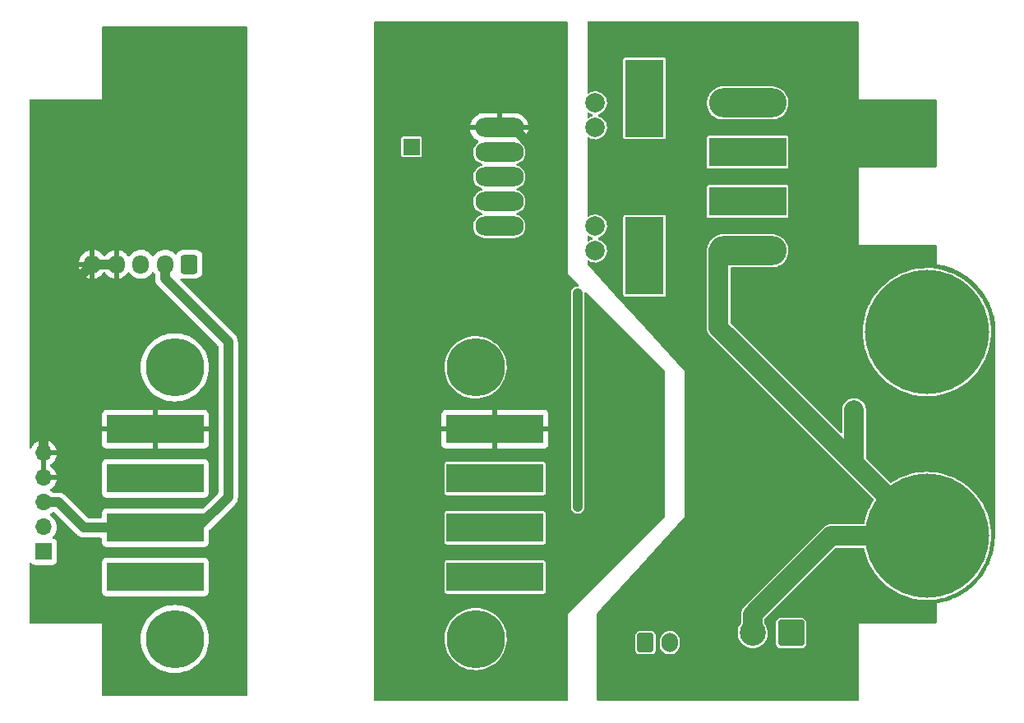
<source format=gbr>
%TF.GenerationSoftware,KiCad,Pcbnew,6.0.1-79c1e3a40b~116~ubuntu20.04.1*%
%TF.CreationDate,2022-10-25T16:13:21+09:00*%
%TF.ProjectId,Voltage-sensor-mother-board,566f6c74-6167-4652-9d73-656e736f722d,1.3*%
%TF.SameCoordinates,Original*%
%TF.FileFunction,Copper,L2,Bot*%
%TF.FilePolarity,Positive*%
%FSLAX46Y46*%
G04 Gerber Fmt 4.6, Leading zero omitted, Abs format (unit mm)*
G04 Created by KiCad (PCBNEW 6.0.1-79c1e3a40b~116~ubuntu20.04.1) date 2022-10-25 16:13:21*
%MOMM*%
%LPD*%
G01*
G04 APERTURE LIST*
G04 Aperture macros list*
%AMRoundRect*
0 Rectangle with rounded corners*
0 $1 Rounding radius*
0 $2 $3 $4 $5 $6 $7 $8 $9 X,Y pos of 4 corners*
0 Add a 4 corners polygon primitive as box body*
4,1,4,$2,$3,$4,$5,$6,$7,$8,$9,$2,$3,0*
0 Add four circle primitives for the rounded corners*
1,1,$1+$1,$2,$3*
1,1,$1+$1,$4,$5*
1,1,$1+$1,$6,$7*
1,1,$1+$1,$8,$9*
0 Add four rect primitives between the rounded corners*
20,1,$1+$1,$2,$3,$4,$5,0*
20,1,$1+$1,$4,$5,$6,$7,0*
20,1,$1+$1,$6,$7,$8,$9,0*
20,1,$1+$1,$8,$9,$2,$3,0*%
G04 Aperture macros list end*
%TA.AperFunction,ComponentPad*%
%ADD10C,6.000000*%
%TD*%
%TA.AperFunction,ComponentPad*%
%ADD11R,10.000000X3.000000*%
%TD*%
%TA.AperFunction,ComponentPad*%
%ADD12RoundRect,0.250000X0.600000X0.725000X-0.600000X0.725000X-0.600000X-0.725000X0.600000X-0.725000X0*%
%TD*%
%TA.AperFunction,ComponentPad*%
%ADD13O,1.700000X1.950000*%
%TD*%
%TA.AperFunction,ComponentPad*%
%ADD14C,2.000000*%
%TD*%
%TA.AperFunction,ComponentPad*%
%ADD15O,5.000000X2.000000*%
%TD*%
%TA.AperFunction,ComponentPad*%
%ADD16O,8.000000X3.000000*%
%TD*%
%TA.AperFunction,ComponentPad*%
%ADD17R,8.000000X3.000000*%
%TD*%
%TA.AperFunction,ComponentPad*%
%ADD18R,4.000000X8.000000*%
%TD*%
%TA.AperFunction,ComponentPad*%
%ADD19RoundRect,0.250000X-0.600000X-0.750000X0.600000X-0.750000X0.600000X0.750000X-0.600000X0.750000X0*%
%TD*%
%TA.AperFunction,ComponentPad*%
%ADD20O,1.700000X2.000000*%
%TD*%
%TA.AperFunction,ComponentPad*%
%ADD21O,1.700000X1.700000*%
%TD*%
%TA.AperFunction,ComponentPad*%
%ADD22R,1.700000X1.700000*%
%TD*%
%TA.AperFunction,ComponentPad*%
%ADD23C,2.700000*%
%TD*%
%TA.AperFunction,ComponentPad*%
%ADD24RoundRect,0.250001X1.099999X1.099999X-1.099999X1.099999X-1.099999X-1.099999X1.099999X-1.099999X0*%
%TD*%
%TA.AperFunction,ConnectorPad*%
%ADD25C,12.800000*%
%TD*%
%TA.AperFunction,ComponentPad*%
%ADD26C,6.800000*%
%TD*%
%TA.AperFunction,ViaPad*%
%ADD27C,0.800000*%
%TD*%
%TA.AperFunction,Conductor*%
%ADD28C,1.000000*%
%TD*%
%TA.AperFunction,Conductor*%
%ADD29C,2.000000*%
%TD*%
G04 APERTURE END LIST*
D10*
%TO.P,U2,*%
%TO.N,*%
X65500000Y-113620000D03*
X96500000Y-85620000D03*
X96500000Y-113620000D03*
X65500000Y-85620000D03*
D11*
%TO.P,U2,1,VCC1*%
%TO.N,Net-(M1-Pad1)*%
X98500000Y-107240000D03*
%TO.P,U2,2,SDA1*%
%TO.N,Net-(M1-Pad3)*%
X98500000Y-102160000D03*
%TO.P,U2,3,SCL1*%
%TO.N,Net-(M1-Pad2)*%
X98500000Y-97080000D03*
%TO.P,U2,4,GND1*%
%TO.N,HVGND*%
X98500000Y-92000000D03*
%TO.P,U2,5,VCC2*%
%TO.N,Net-(J6-Pad1)*%
X63500000Y-107240000D03*
%TO.P,U2,6,SDA2*%
%TO.N,Net-(J6-Pad3)*%
X63500000Y-102160000D03*
%TO.P,U2,7,SCL2*%
%TO.N,Net-(J6-Pad2)*%
X63500000Y-97080000D03*
%TO.P,U2,8,GND2*%
%TO.N,LVGND*%
X63500000Y-92000000D03*
%TD*%
D12*
%TO.P,J7,1,Pin_1*%
%TO.N,Net-(J6-Pad1)*%
X67000000Y-75000000D03*
D13*
%TO.P,J7,2,Pin_2*%
%TO.N,Net-(J6-Pad3)*%
X64500000Y-75000000D03*
%TO.P,J7,3,Pin_3*%
%TO.N,Net-(J6-Pad2)*%
X62000000Y-75000000D03*
%TO.P,J7,4,Pin_4*%
%TO.N,LVGND*%
X59500000Y-75000000D03*
%TO.P,J7,5,Pin_5*%
X57000000Y-75000000D03*
%TD*%
D14*
%TO.P,M1,*%
%TO.N,*%
X108825000Y-58380000D03*
X108825000Y-73620000D03*
X108825000Y-60920000D03*
X108825000Y-71080000D03*
D15*
%TO.P,M1,1,VSS*%
%TO.N,Net-(M1-Pad1)*%
X98935000Y-71080000D03*
%TO.P,M1,2,SCL*%
%TO.N,Net-(M1-Pad2)*%
X98935000Y-68540000D03*
%TO.P,M1,3,SDA*%
%TO.N,Net-(M1-Pad3)*%
X98935000Y-66000000D03*
%TO.P,M1,4,AL*%
%TO.N,Net-(J5-Pad1)*%
X98935000Y-63460000D03*
%TO.P,M1,5,GND*%
%TO.N,HVGND*%
X98935000Y-60920000D03*
D16*
%TO.P,M1,6,V-(GND)*%
%TO.N,VBAT-*%
X124525000Y-73620000D03*
D17*
%TO.P,M1,7,ISENSE-*%
%TO.N,unconnected-(M1-Pad7)*%
X124525000Y-68540000D03*
D18*
X113905000Y-74112000D03*
D17*
%TO.P,M1,8,ISENSE+*%
%TO.N,unconnected-(M1-Pad8)*%
X124525000Y-63460000D03*
D18*
X113905000Y-57888000D03*
D16*
%TO.P,M1,9,V+*%
%TO.N,VBAT+*%
X124525000Y-58380000D03*
%TD*%
D19*
%TO.P,J4,1,Pin_1*%
%TO.N,Net-(J4-Pad1)*%
X114000000Y-114000000D03*
D20*
%TO.P,J4,2,Pin_2*%
%TO.N,VBAT-*%
X116500000Y-114000000D03*
%TD*%
D21*
%TO.P,J6,5,Pin_5*%
%TO.N,LVGND*%
X52000000Y-94460000D03*
%TO.P,J6,4,Pin_4*%
X52000000Y-97000000D03*
%TO.P,J6,3,Pin_3*%
%TO.N,Net-(J6-Pad3)*%
X52000000Y-99540000D03*
%TO.P,J6,2,Pin_2*%
%TO.N,Net-(J6-Pad2)*%
X52000000Y-102080000D03*
D22*
%TO.P,J6,1,Pin_1*%
%TO.N,Net-(J6-Pad1)*%
X52000000Y-104620000D03*
%TD*%
%TO.P,J5,1,Pin_1*%
%TO.N,Net-(J5-Pad1)*%
X89905000Y-62888000D03*
%TD*%
D23*
%TO.P,J3,2,Pin_2*%
%TO.N,VBAT-*%
X125040000Y-113000000D03*
D24*
%TO.P,J3,1,Pin_1*%
%TO.N,VBAT+*%
X129000000Y-113000000D03*
%TD*%
D25*
%TO.P,J2,1,Pin_1*%
%TO.N,VBAT-*%
X143000000Y-103000000D03*
D26*
X143000000Y-103000000D03*
%TD*%
D25*
%TO.P,J1,1,Pin_1*%
%TO.N,VBAT+*%
X143000000Y-82000000D03*
D26*
X143000000Y-82000000D03*
%TD*%
D27*
%TO.N,HVGND*%
X105000000Y-79000000D03*
%TO.N,Net-(M1-Pad1)*%
X107000000Y-86000000D03*
X107000000Y-100000000D03*
X107000000Y-78000000D03*
%TO.N,VBAT-*%
X135500000Y-90000000D03*
%TO.N,LVGND*%
X57000000Y-100000000D03*
X60000000Y-118000000D03*
%TD*%
D28*
%TO.N,HVGND*%
X105000000Y-65621516D02*
X100298484Y-60920000D01*
X105000000Y-79000000D02*
X105000000Y-65621516D01*
%TO.N,Net-(M1-Pad1)*%
X107000000Y-78000000D02*
X107000000Y-86000000D01*
X107000000Y-86000000D02*
X107000000Y-100000000D01*
D29*
%TO.N,VBAT-*%
X125040000Y-113000000D02*
X125040000Y-111090812D01*
X125040000Y-111090812D02*
X133130812Y-103000000D01*
X133130812Y-103000000D02*
X143000000Y-103000000D01*
X135500000Y-95500000D02*
X143000000Y-103000000D01*
X135500000Y-90000000D02*
X135500000Y-95500000D01*
X143000000Y-103000000D02*
X121525000Y-81525000D01*
X121525000Y-81525000D02*
X121525000Y-73620000D01*
D28*
%TO.N,LVGND*%
X57000000Y-75000000D02*
X59500000Y-75000000D01*
X52000000Y-94460000D02*
X52000000Y-80000000D01*
X52000000Y-80000000D02*
X57000000Y-75000000D01*
%TO.N,Net-(J6-Pad3)*%
X64500000Y-75000000D02*
X64500000Y-76500000D01*
X64500000Y-76500000D02*
X71000000Y-83000000D01*
X71000000Y-83000000D02*
X71000000Y-99000000D01*
X71000000Y-99000000D02*
X67840000Y-102160000D01*
X67840000Y-102160000D02*
X66700000Y-102160000D01*
X52000000Y-99540000D02*
X53540000Y-99540000D01*
X53540000Y-99540000D02*
X56160000Y-102160000D01*
X56160000Y-102160000D02*
X66700000Y-102160000D01*
%TO.N,HVGND*%
X99935000Y-60920000D02*
X100298484Y-60920000D01*
%TD*%
%TA.AperFunction,Conductor*%
%TO.N,LVGND*%
G36*
X72942121Y-50528002D02*
G01*
X72988614Y-50581658D01*
X73000000Y-50634000D01*
X73000000Y-119366000D01*
X72979998Y-119434121D01*
X72926342Y-119480614D01*
X72874000Y-119492000D01*
X58126000Y-119492000D01*
X58057879Y-119471998D01*
X58011386Y-119418342D01*
X58000000Y-119366000D01*
X58000000Y-113620000D01*
X61986685Y-113620000D01*
X62005931Y-113987241D01*
X62063459Y-114350459D01*
X62158639Y-114705674D01*
X62290427Y-115048994D01*
X62457380Y-115376657D01*
X62657668Y-115685075D01*
X62889098Y-115970867D01*
X63149133Y-116230902D01*
X63434925Y-116462332D01*
X63743342Y-116662620D01*
X63746276Y-116664115D01*
X63746283Y-116664119D01*
X64068066Y-116828075D01*
X64071006Y-116829573D01*
X64414326Y-116961361D01*
X64769541Y-117056541D01*
X64962558Y-117087112D01*
X65129511Y-117113555D01*
X65129519Y-117113556D01*
X65132759Y-117114069D01*
X65500000Y-117133315D01*
X65867241Y-117114069D01*
X65870481Y-117113556D01*
X65870489Y-117113555D01*
X66037442Y-117087112D01*
X66230459Y-117056541D01*
X66585674Y-116961361D01*
X66928994Y-116829573D01*
X66931934Y-116828075D01*
X67253717Y-116664119D01*
X67253724Y-116664115D01*
X67256658Y-116662620D01*
X67565075Y-116462332D01*
X67850867Y-116230902D01*
X68110902Y-115970867D01*
X68342332Y-115685075D01*
X68542620Y-115376657D01*
X68709573Y-115048994D01*
X68841361Y-114705674D01*
X68936541Y-114350459D01*
X68994069Y-113987241D01*
X69013315Y-113620000D01*
X68994069Y-113252759D01*
X68936541Y-112889541D01*
X68841361Y-112534326D01*
X68709573Y-112191006D01*
X68708075Y-112188066D01*
X68544119Y-111866284D01*
X68544115Y-111866277D01*
X68542620Y-111863343D01*
X68342332Y-111554925D01*
X68110902Y-111269133D01*
X67850867Y-111009098D01*
X67565075Y-110777668D01*
X67256658Y-110577380D01*
X67253724Y-110575885D01*
X67253717Y-110575881D01*
X66931934Y-110411925D01*
X66928994Y-110410427D01*
X66585674Y-110278639D01*
X66230459Y-110183459D01*
X66037442Y-110152888D01*
X65870489Y-110126445D01*
X65870481Y-110126444D01*
X65867241Y-110125931D01*
X65500000Y-110106685D01*
X65132759Y-110125931D01*
X65129519Y-110126444D01*
X65129511Y-110126445D01*
X64962558Y-110152888D01*
X64769541Y-110183459D01*
X64414326Y-110278639D01*
X64071006Y-110410427D01*
X64068066Y-110411925D01*
X63746284Y-110575881D01*
X63746277Y-110575885D01*
X63743343Y-110577380D01*
X63434925Y-110777668D01*
X63149133Y-111009098D01*
X62889098Y-111269133D01*
X62657668Y-111554925D01*
X62457380Y-111863343D01*
X62455885Y-111866277D01*
X62455881Y-111866284D01*
X62291925Y-112188066D01*
X62290427Y-112191006D01*
X62158639Y-112534326D01*
X62063459Y-112889541D01*
X62005931Y-113252759D01*
X61986685Y-113620000D01*
X58000000Y-113620000D01*
X58000000Y-112000000D01*
X50634000Y-112000000D01*
X50565879Y-111979998D01*
X50519386Y-111926342D01*
X50508000Y-111874000D01*
X50508000Y-108788134D01*
X57991500Y-108788134D01*
X57998255Y-108850316D01*
X58049385Y-108986705D01*
X58136739Y-109103261D01*
X58253295Y-109190615D01*
X58389684Y-109241745D01*
X58451866Y-109248500D01*
X68548134Y-109248500D01*
X68610316Y-109241745D01*
X68746705Y-109190615D01*
X68863261Y-109103261D01*
X68950615Y-108986705D01*
X69001745Y-108850316D01*
X69008500Y-108788134D01*
X69008500Y-105691866D01*
X69001745Y-105629684D01*
X68950615Y-105493295D01*
X68863261Y-105376739D01*
X68746705Y-105289385D01*
X68610316Y-105238255D01*
X68548134Y-105231500D01*
X58451866Y-105231500D01*
X58389684Y-105238255D01*
X58253295Y-105289385D01*
X58136739Y-105376739D01*
X58049385Y-105493295D01*
X57998255Y-105629684D01*
X57991500Y-105691866D01*
X57991500Y-108788134D01*
X50508000Y-108788134D01*
X50508000Y-105839559D01*
X50528002Y-105771438D01*
X50581658Y-105724945D01*
X50651932Y-105714841D01*
X50716512Y-105744335D01*
X50734826Y-105763994D01*
X50786739Y-105833261D01*
X50903295Y-105920615D01*
X51039684Y-105971745D01*
X51101866Y-105978500D01*
X52898134Y-105978500D01*
X52960316Y-105971745D01*
X53096705Y-105920615D01*
X53213261Y-105833261D01*
X53300615Y-105716705D01*
X53351745Y-105580316D01*
X53358500Y-105518134D01*
X53358500Y-103721866D01*
X53351745Y-103659684D01*
X53300615Y-103523295D01*
X53213261Y-103406739D01*
X53096705Y-103319385D01*
X53084132Y-103314672D01*
X52978203Y-103274960D01*
X52921439Y-103232318D01*
X52896739Y-103165756D01*
X52911947Y-103096408D01*
X52933493Y-103067727D01*
X52955268Y-103046028D01*
X53038096Y-102963489D01*
X53057549Y-102936418D01*
X53165435Y-102786277D01*
X53168453Y-102782077D01*
X53227836Y-102661925D01*
X53265136Y-102586453D01*
X53265137Y-102586451D01*
X53267430Y-102581811D01*
X53317280Y-102417735D01*
X53330865Y-102373023D01*
X53330865Y-102373021D01*
X53332370Y-102368069D01*
X53361529Y-102146590D01*
X53363156Y-102080000D01*
X53344852Y-101857361D01*
X53290431Y-101640702D01*
X53201354Y-101435840D01*
X53080014Y-101248277D01*
X52929670Y-101083051D01*
X52925619Y-101079852D01*
X52925615Y-101079848D01*
X52758414Y-100947800D01*
X52758410Y-100947798D01*
X52754359Y-100944598D01*
X52713053Y-100921796D01*
X52663084Y-100871364D01*
X52648312Y-100801921D01*
X52673428Y-100735516D01*
X52700780Y-100708909D01*
X52875651Y-100584175D01*
X52879860Y-100581173D01*
X52882886Y-100578157D01*
X52947588Y-100549570D01*
X52963976Y-100548500D01*
X53070075Y-100548500D01*
X53138196Y-100568502D01*
X53159170Y-100585405D01*
X55403149Y-102829384D01*
X55412251Y-102839527D01*
X55435968Y-102869025D01*
X55474450Y-102901315D01*
X55478062Y-102904467D01*
X55479888Y-102906123D01*
X55482075Y-102908310D01*
X55484458Y-102910267D01*
X55484463Y-102910272D01*
X55515268Y-102935576D01*
X55516252Y-102936393D01*
X55587474Y-102996154D01*
X55592147Y-102998723D01*
X55596262Y-103002103D01*
X55601691Y-103005014D01*
X55601694Y-103005016D01*
X55678180Y-103046028D01*
X55679338Y-103046657D01*
X55705769Y-103061187D01*
X55760787Y-103091433D01*
X55765865Y-103093044D01*
X55770563Y-103095563D01*
X55859498Y-103122753D01*
X55860702Y-103123128D01*
X55949306Y-103151235D01*
X55954597Y-103151828D01*
X55959698Y-103153388D01*
X56052311Y-103162795D01*
X56053431Y-103162915D01*
X56103227Y-103168500D01*
X56106756Y-103168500D01*
X56107739Y-103168555D01*
X56113426Y-103169003D01*
X56133683Y-103171060D01*
X56150336Y-103172752D01*
X56150339Y-103172752D01*
X56156463Y-103173374D01*
X56202112Y-103169059D01*
X56213969Y-103168500D01*
X57865500Y-103168500D01*
X57933621Y-103188502D01*
X57980114Y-103242158D01*
X57991500Y-103294500D01*
X57991500Y-103708134D01*
X57998255Y-103770316D01*
X58049385Y-103906705D01*
X58136739Y-104023261D01*
X58253295Y-104110615D01*
X58389684Y-104161745D01*
X58451866Y-104168500D01*
X68548134Y-104168500D01*
X68610316Y-104161745D01*
X68746705Y-104110615D01*
X68863261Y-104023261D01*
X68950615Y-103906705D01*
X69001745Y-103770316D01*
X69008500Y-103708134D01*
X69008500Y-102469925D01*
X69028502Y-102401804D01*
X69045405Y-102380830D01*
X71669379Y-99756855D01*
X71679522Y-99747753D01*
X71704218Y-99727897D01*
X71709025Y-99724032D01*
X71741292Y-99685578D01*
X71744472Y-99681931D01*
X71746115Y-99680119D01*
X71748309Y-99677925D01*
X71775642Y-99644651D01*
X71776348Y-99643800D01*
X71832195Y-99577244D01*
X71836154Y-99572526D01*
X71838722Y-99567856D01*
X71842103Y-99563739D01*
X71885977Y-99481914D01*
X71886606Y-99480755D01*
X71928462Y-99404619D01*
X71928465Y-99404611D01*
X71931433Y-99399213D01*
X71933045Y-99394131D01*
X71935562Y-99389437D01*
X71962747Y-99300523D01*
X71963139Y-99299265D01*
X71989372Y-99216567D01*
X71991235Y-99210694D01*
X71991829Y-99205403D01*
X71993388Y-99200302D01*
X72002790Y-99107737D01*
X72002925Y-99106470D01*
X72004983Y-99088131D01*
X72008500Y-99056773D01*
X72008500Y-99053248D01*
X72008555Y-99052263D01*
X72009004Y-99046559D01*
X72012752Y-99009666D01*
X72012752Y-99009661D01*
X72013374Y-99003538D01*
X72009059Y-98957891D01*
X72008500Y-98946033D01*
X72008500Y-83061842D01*
X72009237Y-83048235D01*
X72012659Y-83016737D01*
X72012659Y-83016732D01*
X72013324Y-83010611D01*
X72008950Y-82960609D01*
X72008621Y-82955784D01*
X72008500Y-82953313D01*
X72008500Y-82950231D01*
X72004309Y-82907489D01*
X72004187Y-82906174D01*
X71996623Y-82819719D01*
X71996087Y-82813587D01*
X71994600Y-82808468D01*
X71994080Y-82803167D01*
X71967209Y-82714166D01*
X71966874Y-82713033D01*
X71942630Y-82629586D01*
X71942628Y-82629582D01*
X71940909Y-82623664D01*
X71938456Y-82618932D01*
X71936916Y-82613831D01*
X71893269Y-82531740D01*
X71892657Y-82530574D01*
X71852729Y-82453547D01*
X71849892Y-82448074D01*
X71846569Y-82443911D01*
X71844066Y-82439204D01*
X71785245Y-82367082D01*
X71784554Y-82366226D01*
X71753262Y-82327027D01*
X71750758Y-82324523D01*
X71750116Y-82323805D01*
X71746415Y-82319472D01*
X71719065Y-82285938D01*
X71683737Y-82256712D01*
X71674958Y-82248723D01*
X66103422Y-76677188D01*
X66069396Y-76614876D01*
X66074461Y-76544061D01*
X66117008Y-76487225D01*
X66183528Y-76462414D01*
X66232184Y-76468500D01*
X66245139Y-76472797D01*
X66251975Y-76473497D01*
X66251978Y-76473498D01*
X66287663Y-76477154D01*
X66349600Y-76483500D01*
X67650400Y-76483500D01*
X67653646Y-76483163D01*
X67653650Y-76483163D01*
X67749308Y-76473238D01*
X67749312Y-76473237D01*
X67756166Y-76472526D01*
X67762702Y-76470345D01*
X67762704Y-76470345D01*
X67916998Y-76418868D01*
X67923946Y-76416550D01*
X68074348Y-76323478D01*
X68199305Y-76198303D01*
X68231462Y-76146135D01*
X68288275Y-76053968D01*
X68288276Y-76053966D01*
X68292115Y-76047738D01*
X68342031Y-75897245D01*
X68345632Y-75886389D01*
X68345632Y-75886387D01*
X68347797Y-75879861D01*
X68350114Y-75857253D01*
X68353150Y-75827619D01*
X68358500Y-75775400D01*
X68358500Y-74224600D01*
X68354292Y-74184041D01*
X68348238Y-74125692D01*
X68348237Y-74125688D01*
X68347526Y-74118834D01*
X68340785Y-74098627D01*
X68293868Y-73958002D01*
X68291550Y-73951054D01*
X68198478Y-73800652D01*
X68073303Y-73675695D01*
X68042965Y-73656994D01*
X67928968Y-73586725D01*
X67928966Y-73586724D01*
X67922738Y-73582885D01*
X67809353Y-73545277D01*
X67761389Y-73529368D01*
X67761387Y-73529368D01*
X67754861Y-73527203D01*
X67748025Y-73526503D01*
X67748022Y-73526502D01*
X67704969Y-73522091D01*
X67650400Y-73516500D01*
X66349600Y-73516500D01*
X66346354Y-73516837D01*
X66346350Y-73516837D01*
X66250692Y-73526762D01*
X66250688Y-73526763D01*
X66243834Y-73527474D01*
X66237298Y-73529655D01*
X66237296Y-73529655D01*
X66105194Y-73573728D01*
X66076054Y-73583450D01*
X65925652Y-73676522D01*
X65800695Y-73801697D01*
X65727170Y-73920977D01*
X65710920Y-73947339D01*
X65658148Y-73994832D01*
X65588076Y-74006256D01*
X65522952Y-73977982D01*
X65512490Y-73968195D01*
X65407103Y-73857722D01*
X65403424Y-73853865D01*
X65218458Y-73716246D01*
X65213707Y-73713830D01*
X65213703Y-73713828D01*
X65095588Y-73653776D01*
X65012949Y-73611760D01*
X65007855Y-73610178D01*
X65007852Y-73610177D01*
X64797871Y-73544976D01*
X64792773Y-73543393D01*
X64787484Y-73542692D01*
X64569511Y-73513802D01*
X64569506Y-73513802D01*
X64564226Y-73513102D01*
X64558897Y-73513302D01*
X64558895Y-73513302D01*
X64449034Y-73517427D01*
X64333842Y-73521751D01*
X64328623Y-73522846D01*
X64306566Y-73527474D01*
X64108209Y-73569093D01*
X64103250Y-73571051D01*
X64103248Y-73571052D01*
X63898744Y-73651815D01*
X63898742Y-73651816D01*
X63893779Y-73653776D01*
X63889220Y-73656543D01*
X63889217Y-73656544D01*
X63794113Y-73714255D01*
X63696683Y-73773377D01*
X63692653Y-73776874D01*
X63599484Y-73857722D01*
X63522555Y-73924477D01*
X63503809Y-73947339D01*
X63379760Y-74098627D01*
X63379756Y-74098633D01*
X63376376Y-74102755D01*
X63358448Y-74134250D01*
X63307368Y-74183555D01*
X63237738Y-74197417D01*
X63171667Y-74171434D01*
X63144427Y-74142284D01*
X63117814Y-74102755D01*
X63062559Y-74020681D01*
X62903424Y-73853865D01*
X62718458Y-73716246D01*
X62713707Y-73713830D01*
X62713703Y-73713828D01*
X62595588Y-73653776D01*
X62512949Y-73611760D01*
X62507855Y-73610178D01*
X62507852Y-73610177D01*
X62297871Y-73544976D01*
X62292773Y-73543393D01*
X62287484Y-73542692D01*
X62069511Y-73513802D01*
X62069506Y-73513802D01*
X62064226Y-73513102D01*
X62058897Y-73513302D01*
X62058895Y-73513302D01*
X61949034Y-73517427D01*
X61833842Y-73521751D01*
X61828623Y-73522846D01*
X61806566Y-73527474D01*
X61608209Y-73569093D01*
X61603250Y-73571051D01*
X61603248Y-73571052D01*
X61398744Y-73651815D01*
X61398742Y-73651816D01*
X61393779Y-73653776D01*
X61389220Y-73656543D01*
X61389217Y-73656544D01*
X61294113Y-73714255D01*
X61196683Y-73773377D01*
X61192653Y-73776874D01*
X61099484Y-73857722D01*
X61022555Y-73924477D01*
X61003809Y-73947339D01*
X60879760Y-74098627D01*
X60879756Y-74098633D01*
X60876376Y-74102755D01*
X60873738Y-74107390D01*
X60873733Y-74107398D01*
X60858171Y-74134735D01*
X60807088Y-74184041D01*
X60737458Y-74197902D01*
X60671387Y-74171918D01*
X60644149Y-74142768D01*
X60565148Y-74025422D01*
X60558481Y-74017130D01*
X60406772Y-73858100D01*
X60398814Y-73851059D01*
X60222475Y-73719859D01*
X60213438Y-73714255D01*
X60017516Y-73614643D01*
X60007665Y-73610643D01*
X59797760Y-73545466D01*
X59787376Y-73543183D01*
X59771957Y-73541139D01*
X59757793Y-73543335D01*
X59754000Y-73556522D01*
X59754000Y-76441192D01*
X59757973Y-76454723D01*
X59768580Y-76456248D01*
X59886421Y-76431523D01*
X59896617Y-76428463D01*
X60101029Y-76347737D01*
X60110561Y-76343006D01*
X60298462Y-76228984D01*
X60307052Y-76222720D01*
X60473052Y-76078673D01*
X60480472Y-76071042D01*
X60619826Y-75901089D01*
X60625848Y-75892326D01*
X60641238Y-75865289D01*
X60692320Y-75815982D01*
X60761951Y-75802120D01*
X60828022Y-75828103D01*
X60855261Y-75857253D01*
X60884773Y-75901089D01*
X60937441Y-75979319D01*
X60941120Y-75983176D01*
X60941122Y-75983178D01*
X61002710Y-76047738D01*
X61096576Y-76146135D01*
X61281542Y-76283754D01*
X61286293Y-76286170D01*
X61286297Y-76286172D01*
X61349481Y-76318296D01*
X61487051Y-76388240D01*
X61492145Y-76389822D01*
X61492148Y-76389823D01*
X61647809Y-76438157D01*
X61707227Y-76456607D01*
X61712516Y-76457308D01*
X61930489Y-76486198D01*
X61930494Y-76486198D01*
X61935774Y-76486898D01*
X61941103Y-76486698D01*
X61941105Y-76486698D01*
X62050966Y-76482573D01*
X62166158Y-76478249D01*
X62188802Y-76473498D01*
X62386572Y-76432002D01*
X62391791Y-76430907D01*
X62396750Y-76428949D01*
X62396752Y-76428948D01*
X62601256Y-76348185D01*
X62601258Y-76348184D01*
X62606221Y-76346224D01*
X62611525Y-76343006D01*
X62798757Y-76229390D01*
X62798756Y-76229390D01*
X62803317Y-76226623D01*
X62843134Y-76192072D01*
X62973412Y-76079023D01*
X62973414Y-76079021D01*
X62977445Y-76075523D01*
X63039801Y-75999475D01*
X63120240Y-75901373D01*
X63120244Y-75901367D01*
X63123624Y-75897245D01*
X63141552Y-75865750D01*
X63192632Y-75816445D01*
X63262262Y-75802583D01*
X63328333Y-75828566D01*
X63355573Y-75857716D01*
X63434458Y-75974889D01*
X63434461Y-75974893D01*
X63437441Y-75979319D01*
X63441128Y-75983184D01*
X63456669Y-75999475D01*
X63489217Y-76062571D01*
X63491500Y-76086447D01*
X63491500Y-76438157D01*
X63490763Y-76451764D01*
X63488508Y-76472526D01*
X63486676Y-76489388D01*
X63487213Y-76495523D01*
X63491050Y-76539388D01*
X63491379Y-76544214D01*
X63491500Y-76546686D01*
X63491500Y-76549769D01*
X63491801Y-76552837D01*
X63495690Y-76592506D01*
X63495812Y-76593819D01*
X63499685Y-76638084D01*
X63503913Y-76686413D01*
X63505400Y-76691532D01*
X63505920Y-76696833D01*
X63532791Y-76785834D01*
X63533126Y-76786967D01*
X63559091Y-76876336D01*
X63561544Y-76881068D01*
X63563084Y-76886169D01*
X63565978Y-76891612D01*
X63606731Y-76968260D01*
X63607343Y-76969426D01*
X63650108Y-77051926D01*
X63653431Y-77056089D01*
X63655934Y-77060796D01*
X63714755Y-77132918D01*
X63715446Y-77133774D01*
X63746738Y-77172973D01*
X63749242Y-77175477D01*
X63749884Y-77176195D01*
X63753585Y-77180528D01*
X63780935Y-77214062D01*
X63785682Y-77217989D01*
X63785684Y-77217991D01*
X63816262Y-77243287D01*
X63825042Y-77251277D01*
X69954595Y-83380829D01*
X69988621Y-83443141D01*
X69991500Y-83469924D01*
X69991500Y-98530075D01*
X69971498Y-98598196D01*
X69954595Y-98619170D01*
X68459171Y-100114595D01*
X68396859Y-100148620D01*
X68370076Y-100151500D01*
X58451866Y-100151500D01*
X58389684Y-100158255D01*
X58253295Y-100209385D01*
X58136739Y-100296739D01*
X58049385Y-100413295D01*
X57998255Y-100549684D01*
X57991500Y-100611866D01*
X57991500Y-101025500D01*
X57971498Y-101093621D01*
X57917842Y-101140114D01*
X57865500Y-101151500D01*
X56629924Y-101151500D01*
X56561803Y-101131498D01*
X56540829Y-101114595D01*
X54296855Y-98870621D01*
X54287753Y-98860478D01*
X54267897Y-98835782D01*
X54264032Y-98830975D01*
X54225578Y-98798708D01*
X54221931Y-98795528D01*
X54220119Y-98793885D01*
X54217925Y-98791691D01*
X54184651Y-98764358D01*
X54183853Y-98763696D01*
X54112526Y-98703846D01*
X54107856Y-98701278D01*
X54103739Y-98697897D01*
X54021914Y-98654023D01*
X54020755Y-98653394D01*
X53974807Y-98628134D01*
X57991500Y-98628134D01*
X57998255Y-98690316D01*
X58049385Y-98826705D01*
X58136739Y-98943261D01*
X58253295Y-99030615D01*
X58389684Y-99081745D01*
X58451866Y-99088500D01*
X68548134Y-99088500D01*
X68610316Y-99081745D01*
X68746705Y-99030615D01*
X68863261Y-98943261D01*
X68950615Y-98826705D01*
X69001745Y-98690316D01*
X69008500Y-98628134D01*
X69008500Y-95531866D01*
X69001745Y-95469684D01*
X68950615Y-95333295D01*
X68863261Y-95216739D01*
X68746705Y-95129385D01*
X68610316Y-95078255D01*
X68548134Y-95071500D01*
X58451866Y-95071500D01*
X58389684Y-95078255D01*
X58253295Y-95129385D01*
X58136739Y-95216739D01*
X58049385Y-95333295D01*
X57998255Y-95469684D01*
X57991500Y-95531866D01*
X57991500Y-98628134D01*
X53974807Y-98628134D01*
X53944619Y-98611538D01*
X53944611Y-98611535D01*
X53939213Y-98608567D01*
X53934131Y-98606955D01*
X53929437Y-98604438D01*
X53840469Y-98577238D01*
X53839441Y-98576918D01*
X53750694Y-98548765D01*
X53745398Y-98548171D01*
X53740302Y-98546613D01*
X53647743Y-98537210D01*
X53646607Y-98537089D01*
X53612992Y-98533319D01*
X53600270Y-98531892D01*
X53600266Y-98531892D01*
X53596773Y-98531500D01*
X53593246Y-98531500D01*
X53592261Y-98531445D01*
X53586581Y-98530998D01*
X53557175Y-98528011D01*
X53549663Y-98527248D01*
X53549661Y-98527248D01*
X53543538Y-98526626D01*
X53501259Y-98530623D01*
X53497891Y-98530941D01*
X53486033Y-98531500D01*
X52958799Y-98531500D01*
X52890678Y-98511498D01*
X52880707Y-98504382D01*
X52758414Y-98407800D01*
X52758410Y-98407798D01*
X52754359Y-98404598D01*
X52712569Y-98381529D01*
X52662598Y-98331097D01*
X52647826Y-98261654D01*
X52672942Y-98195248D01*
X52700294Y-98168641D01*
X52875328Y-98043792D01*
X52883200Y-98037139D01*
X53034052Y-97886812D01*
X53040730Y-97878965D01*
X53165003Y-97706020D01*
X53170313Y-97697183D01*
X53264670Y-97506267D01*
X53268469Y-97496672D01*
X53330377Y-97292910D01*
X53332555Y-97282837D01*
X53333986Y-97271962D01*
X53331775Y-97257778D01*
X53318617Y-97254000D01*
X51872000Y-97254000D01*
X51803879Y-97233998D01*
X51757386Y-97180342D01*
X51746000Y-97128000D01*
X51746000Y-96727885D01*
X52254000Y-96727885D01*
X52258475Y-96743124D01*
X52259865Y-96744329D01*
X52267548Y-96746000D01*
X53318344Y-96746000D01*
X53331875Y-96742027D01*
X53333180Y-96732947D01*
X53291214Y-96565875D01*
X53287894Y-96556124D01*
X53202972Y-96360814D01*
X53198105Y-96351739D01*
X53082426Y-96172926D01*
X53076136Y-96164757D01*
X52932806Y-96007240D01*
X52925273Y-96000215D01*
X52758139Y-95868222D01*
X52749552Y-95862517D01*
X52712116Y-95841851D01*
X52662146Y-95791419D01*
X52647374Y-95721976D01*
X52672490Y-95655571D01*
X52699842Y-95628964D01*
X52875327Y-95503792D01*
X52883200Y-95497139D01*
X53034052Y-95346812D01*
X53040730Y-95338965D01*
X53165003Y-95166020D01*
X53170313Y-95157183D01*
X53264670Y-94966267D01*
X53268469Y-94956672D01*
X53330377Y-94752910D01*
X53332555Y-94742837D01*
X53333986Y-94731962D01*
X53331775Y-94717778D01*
X53318617Y-94714000D01*
X52272115Y-94714000D01*
X52256876Y-94718475D01*
X52255671Y-94719865D01*
X52254000Y-94727548D01*
X52254000Y-96727885D01*
X51746000Y-96727885D01*
X51746000Y-94187885D01*
X52254000Y-94187885D01*
X52258475Y-94203124D01*
X52259865Y-94204329D01*
X52267548Y-94206000D01*
X53318344Y-94206000D01*
X53331875Y-94202027D01*
X53333180Y-94192947D01*
X53291214Y-94025875D01*
X53287894Y-94016124D01*
X53202972Y-93820814D01*
X53198105Y-93811739D01*
X53082426Y-93632926D01*
X53076136Y-93624757D01*
X53003261Y-93544669D01*
X57992001Y-93544669D01*
X57992371Y-93551490D01*
X57997895Y-93602352D01*
X58001521Y-93617604D01*
X58046676Y-93738054D01*
X58055214Y-93753649D01*
X58131715Y-93855724D01*
X58144276Y-93868285D01*
X58246351Y-93944786D01*
X58261946Y-93953324D01*
X58382394Y-93998478D01*
X58397649Y-94002105D01*
X58448514Y-94007631D01*
X58455328Y-94008000D01*
X63227885Y-94008000D01*
X63243124Y-94003525D01*
X63244329Y-94002135D01*
X63246000Y-93994452D01*
X63246000Y-93989884D01*
X63754000Y-93989884D01*
X63758475Y-94005123D01*
X63759865Y-94006328D01*
X63767548Y-94007999D01*
X68544669Y-94007999D01*
X68551490Y-94007629D01*
X68602352Y-94002105D01*
X68617604Y-93998479D01*
X68738054Y-93953324D01*
X68753649Y-93944786D01*
X68855724Y-93868285D01*
X68868285Y-93855724D01*
X68944786Y-93753649D01*
X68953324Y-93738054D01*
X68998478Y-93617606D01*
X69002105Y-93602351D01*
X69007631Y-93551486D01*
X69008000Y-93544672D01*
X69008000Y-92272115D01*
X69003525Y-92256876D01*
X69002135Y-92255671D01*
X68994452Y-92254000D01*
X63772115Y-92254000D01*
X63756876Y-92258475D01*
X63755671Y-92259865D01*
X63754000Y-92267548D01*
X63754000Y-93989884D01*
X63246000Y-93989884D01*
X63246000Y-92272115D01*
X63241525Y-92256876D01*
X63240135Y-92255671D01*
X63232452Y-92254000D01*
X58010116Y-92254000D01*
X57994877Y-92258475D01*
X57993672Y-92259865D01*
X57992001Y-92267548D01*
X57992001Y-93544669D01*
X53003261Y-93544669D01*
X52932806Y-93467240D01*
X52925273Y-93460215D01*
X52758139Y-93328222D01*
X52749552Y-93322517D01*
X52563117Y-93219599D01*
X52553705Y-93215369D01*
X52352959Y-93144280D01*
X52342988Y-93141646D01*
X52271837Y-93128972D01*
X52258540Y-93130432D01*
X52254000Y-93144989D01*
X52254000Y-94187885D01*
X51746000Y-94187885D01*
X51746000Y-93143102D01*
X51742082Y-93129758D01*
X51727806Y-93127771D01*
X51689324Y-93133660D01*
X51679288Y-93136051D01*
X51476868Y-93202212D01*
X51467359Y-93206209D01*
X51278463Y-93304542D01*
X51269738Y-93310036D01*
X51099433Y-93437905D01*
X51091726Y-93444748D01*
X50944590Y-93598717D01*
X50938104Y-93606727D01*
X50818098Y-93782649D01*
X50813000Y-93791623D01*
X50748288Y-93931033D01*
X50701464Y-93984400D01*
X50633221Y-94003981D01*
X50565225Y-93983558D01*
X50519065Y-93929615D01*
X50508000Y-93877983D01*
X50508000Y-91727885D01*
X57992000Y-91727885D01*
X57996475Y-91743124D01*
X57997865Y-91744329D01*
X58005548Y-91746000D01*
X63227885Y-91746000D01*
X63243124Y-91741525D01*
X63244329Y-91740135D01*
X63246000Y-91732452D01*
X63246000Y-91727885D01*
X63754000Y-91727885D01*
X63758475Y-91743124D01*
X63759865Y-91744329D01*
X63767548Y-91746000D01*
X68989884Y-91746000D01*
X69005123Y-91741525D01*
X69006328Y-91740135D01*
X69007999Y-91732452D01*
X69007999Y-90455331D01*
X69007629Y-90448510D01*
X69002105Y-90397648D01*
X68998479Y-90382396D01*
X68953324Y-90261946D01*
X68944786Y-90246351D01*
X68868285Y-90144276D01*
X68855724Y-90131715D01*
X68753649Y-90055214D01*
X68738054Y-90046676D01*
X68617606Y-90001522D01*
X68602351Y-89997895D01*
X68551486Y-89992369D01*
X68544672Y-89992000D01*
X63772115Y-89992000D01*
X63756876Y-89996475D01*
X63755671Y-89997865D01*
X63754000Y-90005548D01*
X63754000Y-91727885D01*
X63246000Y-91727885D01*
X63246000Y-90010116D01*
X63241525Y-89994877D01*
X63240135Y-89993672D01*
X63232452Y-89992001D01*
X58455331Y-89992001D01*
X58448510Y-89992371D01*
X58397648Y-89997895D01*
X58382396Y-90001521D01*
X58261946Y-90046676D01*
X58246351Y-90055214D01*
X58144276Y-90131715D01*
X58131715Y-90144276D01*
X58055214Y-90246351D01*
X58046676Y-90261946D01*
X58001522Y-90382394D01*
X57997895Y-90397649D01*
X57992369Y-90448514D01*
X57992000Y-90455328D01*
X57992000Y-91727885D01*
X50508000Y-91727885D01*
X50508000Y-85620000D01*
X61986685Y-85620000D01*
X62005931Y-85987241D01*
X62063459Y-86350459D01*
X62158639Y-86705674D01*
X62290427Y-87048994D01*
X62457380Y-87376657D01*
X62657668Y-87685075D01*
X62889098Y-87970867D01*
X63149133Y-88230902D01*
X63434925Y-88462332D01*
X63743342Y-88662620D01*
X63746276Y-88664115D01*
X63746283Y-88664119D01*
X64068066Y-88828075D01*
X64071006Y-88829573D01*
X64414326Y-88961361D01*
X64769541Y-89056541D01*
X64962558Y-89087112D01*
X65129511Y-89113555D01*
X65129519Y-89113556D01*
X65132759Y-89114069D01*
X65500000Y-89133315D01*
X65867241Y-89114069D01*
X65870481Y-89113556D01*
X65870489Y-89113555D01*
X66037442Y-89087112D01*
X66230459Y-89056541D01*
X66585674Y-88961361D01*
X66928994Y-88829573D01*
X66931934Y-88828075D01*
X67253717Y-88664119D01*
X67253724Y-88664115D01*
X67256658Y-88662620D01*
X67565075Y-88462332D01*
X67850867Y-88230902D01*
X68110902Y-87970867D01*
X68342332Y-87685075D01*
X68542620Y-87376657D01*
X68709573Y-87048994D01*
X68841361Y-86705674D01*
X68936541Y-86350459D01*
X68994069Y-85987241D01*
X69013315Y-85620000D01*
X68994069Y-85252759D01*
X68936541Y-84889541D01*
X68841361Y-84534326D01*
X68709573Y-84191006D01*
X68542620Y-83863343D01*
X68342332Y-83554925D01*
X68110902Y-83269133D01*
X67850867Y-83009098D01*
X67565075Y-82777668D01*
X67461526Y-82710423D01*
X67259427Y-82579178D01*
X67259424Y-82579176D01*
X67256658Y-82577380D01*
X67253724Y-82575885D01*
X67253717Y-82575881D01*
X66931934Y-82411925D01*
X66928994Y-82410427D01*
X66702046Y-82323310D01*
X66588764Y-82279825D01*
X66588762Y-82279824D01*
X66585674Y-82278639D01*
X66230459Y-82183459D01*
X66037442Y-82152888D01*
X65870489Y-82126445D01*
X65870481Y-82126444D01*
X65867241Y-82125931D01*
X65500000Y-82106685D01*
X65132759Y-82125931D01*
X65129519Y-82126444D01*
X65129511Y-82126445D01*
X64962558Y-82152888D01*
X64769541Y-82183459D01*
X64414326Y-82278639D01*
X64411238Y-82279824D01*
X64411236Y-82279825D01*
X64297954Y-82323310D01*
X64071006Y-82410427D01*
X64068066Y-82411925D01*
X63746284Y-82575881D01*
X63746277Y-82575885D01*
X63743343Y-82577380D01*
X63740577Y-82579176D01*
X63740574Y-82579178D01*
X63662952Y-82629586D01*
X63434925Y-82777668D01*
X63149133Y-83009098D01*
X62889098Y-83269133D01*
X62657668Y-83554925D01*
X62457380Y-83863343D01*
X62290427Y-84191006D01*
X62158639Y-84534326D01*
X62063459Y-84889541D01*
X62005931Y-85252759D01*
X61986685Y-85620000D01*
X50508000Y-85620000D01*
X50508000Y-75270193D01*
X55649410Y-75270193D01*
X55656124Y-75349325D01*
X55657914Y-75359797D01*
X55713130Y-75572535D01*
X55716665Y-75582575D01*
X55806937Y-75782970D01*
X55812106Y-75792256D01*
X55934850Y-75974575D01*
X55941519Y-75982870D01*
X56093228Y-76141900D01*
X56101186Y-76148941D01*
X56277525Y-76280141D01*
X56286562Y-76285745D01*
X56482484Y-76385357D01*
X56492335Y-76389357D01*
X56702240Y-76454534D01*
X56712624Y-76456817D01*
X56728043Y-76458861D01*
X56742207Y-76456665D01*
X56746000Y-76443478D01*
X56746000Y-76441192D01*
X57254000Y-76441192D01*
X57257973Y-76454723D01*
X57268580Y-76456248D01*
X57386421Y-76431523D01*
X57396617Y-76428463D01*
X57601029Y-76347737D01*
X57610561Y-76343006D01*
X57798462Y-76228984D01*
X57807052Y-76222720D01*
X57973052Y-76078673D01*
X57980472Y-76071042D01*
X58119826Y-75901089D01*
X58125850Y-75892323D01*
X58141517Y-75864801D01*
X58192600Y-75815496D01*
X58262230Y-75801635D01*
X58328301Y-75827619D01*
X58355538Y-75856768D01*
X58434850Y-75974575D01*
X58441519Y-75982870D01*
X58593228Y-76141900D01*
X58601186Y-76148941D01*
X58777525Y-76280141D01*
X58786562Y-76285745D01*
X58982484Y-76385357D01*
X58992335Y-76389357D01*
X59202240Y-76454534D01*
X59212624Y-76456817D01*
X59228043Y-76458861D01*
X59242207Y-76456665D01*
X59246000Y-76443478D01*
X59246000Y-75272115D01*
X59241525Y-75256876D01*
X59240135Y-75255671D01*
X59232452Y-75254000D01*
X57272115Y-75254000D01*
X57256876Y-75258475D01*
X57255671Y-75259865D01*
X57254000Y-75267548D01*
X57254000Y-76441192D01*
X56746000Y-76441192D01*
X56746000Y-75272115D01*
X56741525Y-75256876D01*
X56740135Y-75255671D01*
X56732452Y-75254000D01*
X55666151Y-75254000D01*
X55651473Y-75258310D01*
X55649410Y-75270193D01*
X50508000Y-75270193D01*
X50508000Y-74728174D01*
X55646496Y-74728174D01*
X55647915Y-74741414D01*
X55662550Y-74746000D01*
X56727885Y-74746000D01*
X56743124Y-74741525D01*
X56744329Y-74740135D01*
X56746000Y-74732452D01*
X56746000Y-74727885D01*
X57254000Y-74727885D01*
X57258475Y-74743124D01*
X57259865Y-74744329D01*
X57267548Y-74746000D01*
X59227885Y-74746000D01*
X59243124Y-74741525D01*
X59244329Y-74740135D01*
X59246000Y-74732452D01*
X59246000Y-73558808D01*
X59242027Y-73545277D01*
X59231420Y-73543752D01*
X59113579Y-73568477D01*
X59103383Y-73571537D01*
X58898971Y-73652263D01*
X58889439Y-73656994D01*
X58701538Y-73771016D01*
X58692948Y-73777280D01*
X58526948Y-73921327D01*
X58519528Y-73928958D01*
X58380174Y-74098911D01*
X58374150Y-74107677D01*
X58358483Y-74135199D01*
X58307400Y-74184504D01*
X58237770Y-74198365D01*
X58171699Y-74172381D01*
X58144462Y-74143232D01*
X58065150Y-74025425D01*
X58058481Y-74017130D01*
X57906772Y-73858100D01*
X57898814Y-73851059D01*
X57722475Y-73719859D01*
X57713438Y-73714255D01*
X57517516Y-73614643D01*
X57507665Y-73610643D01*
X57297760Y-73545466D01*
X57287376Y-73543183D01*
X57271957Y-73541139D01*
X57257793Y-73543335D01*
X57254000Y-73556522D01*
X57254000Y-74727885D01*
X56746000Y-74727885D01*
X56746000Y-73558808D01*
X56742027Y-73545277D01*
X56731420Y-73543752D01*
X56613579Y-73568477D01*
X56603383Y-73571537D01*
X56398971Y-73652263D01*
X56389439Y-73656994D01*
X56201538Y-73771016D01*
X56192948Y-73777280D01*
X56026948Y-73921327D01*
X56019528Y-73928958D01*
X55880174Y-74098911D01*
X55874150Y-74107678D01*
X55765424Y-74298682D01*
X55760959Y-74308346D01*
X55685969Y-74514941D01*
X55683198Y-74525208D01*
X55646496Y-74728174D01*
X50508000Y-74728174D01*
X50508000Y-58126000D01*
X50528002Y-58057879D01*
X50581658Y-58011386D01*
X50634000Y-58000000D01*
X58000000Y-58000000D01*
X58000000Y-50634000D01*
X58020002Y-50565879D01*
X58073658Y-50519386D01*
X58126000Y-50508000D01*
X72874000Y-50508000D01*
X72942121Y-50528002D01*
G37*
%TD.AperFunction*%
%TD*%
%TA.AperFunction,Conductor*%
%TO.N,HVGND*%
G36*
X105942121Y-50020502D02*
G01*
X105988614Y-50074158D01*
X106000000Y-50126500D01*
X106000000Y-76000000D01*
X107084334Y-77084334D01*
X107118360Y-77146646D01*
X107113295Y-77217461D01*
X107070748Y-77274297D01*
X107004228Y-77299108D01*
X106994580Y-77299427D01*
X106948745Y-77299187D01*
X106918895Y-77299031D01*
X106911508Y-77300805D01*
X106911504Y-77300805D01*
X106768162Y-77335220D01*
X106754032Y-77338612D01*
X106747288Y-77342093D01*
X106747285Y-77342094D01*
X106610117Y-77412892D01*
X106603369Y-77416375D01*
X106475604Y-77527831D01*
X106378113Y-77666547D01*
X106316524Y-77824513D01*
X106299500Y-77953826D01*
X106299500Y-100042516D01*
X106314724Y-100168320D01*
X106374655Y-100326923D01*
X106470688Y-100466651D01*
X106476358Y-100471703D01*
X106476359Y-100471704D01*
X106591608Y-100574388D01*
X106591612Y-100574390D01*
X106597279Y-100579440D01*
X106747119Y-100658776D01*
X106911559Y-100700081D01*
X106919157Y-100700121D01*
X106919159Y-100700121D01*
X106996332Y-100700525D01*
X107081105Y-100700969D01*
X107088492Y-100699195D01*
X107088496Y-100699195D01*
X107238583Y-100663161D01*
X107245968Y-100661388D01*
X107252712Y-100657907D01*
X107252715Y-100657906D01*
X107389883Y-100587108D01*
X107389884Y-100587108D01*
X107396631Y-100583625D01*
X107524396Y-100472169D01*
X107621887Y-100333453D01*
X107683476Y-100175487D01*
X107700500Y-100046174D01*
X107700500Y-78004690D01*
X107720502Y-77936569D01*
X107774158Y-77890076D01*
X107844432Y-77879972D01*
X107909012Y-77909466D01*
X107915595Y-77915595D01*
X115963095Y-85963095D01*
X115997121Y-86025407D01*
X116000000Y-86052190D01*
X116000000Y-100947810D01*
X115979998Y-101015931D01*
X115963095Y-101036905D01*
X106000000Y-111000000D01*
X106000000Y-119873500D01*
X105979998Y-119941621D01*
X105926342Y-119988114D01*
X105874000Y-119999500D01*
X86126000Y-119999500D01*
X86057879Y-119979498D01*
X86011386Y-119925842D01*
X86000000Y-119873500D01*
X86000000Y-113575244D01*
X93294769Y-113575244D01*
X93309756Y-113932806D01*
X93364506Y-114286470D01*
X93458337Y-114631827D01*
X93590080Y-114964572D01*
X93591735Y-114967684D01*
X93591737Y-114967689D01*
X93756436Y-115277443D01*
X93756442Y-115277453D01*
X93758093Y-115280558D01*
X93760085Y-115283467D01*
X93958290Y-115572940D01*
X93958295Y-115572946D01*
X93960281Y-115575847D01*
X94194125Y-115846757D01*
X94456710Y-116089913D01*
X94744763Y-116302284D01*
X94747800Y-116304038D01*
X94747804Y-116304040D01*
X94911892Y-116398776D01*
X95054693Y-116481222D01*
X95183748Y-116537605D01*
X95379416Y-116623091D01*
X95379420Y-116623092D01*
X95382637Y-116624498D01*
X95385994Y-116625537D01*
X95385999Y-116625539D01*
X95528173Y-116669549D01*
X95724509Y-116730325D01*
X95727965Y-116730984D01*
X95727964Y-116730984D01*
X96072595Y-116796726D01*
X96072600Y-116796727D01*
X96076046Y-116797384D01*
X96272145Y-116812473D01*
X96429371Y-116824571D01*
X96429372Y-116824571D01*
X96432868Y-116824840D01*
X96656962Y-116817014D01*
X96787012Y-116812473D01*
X96787016Y-116812473D01*
X96790527Y-116812350D01*
X96794008Y-116811836D01*
X97141072Y-116760587D01*
X97141078Y-116760586D01*
X97144564Y-116760071D01*
X97147968Y-116759172D01*
X97147971Y-116759171D01*
X97487176Y-116669549D01*
X97487177Y-116669549D01*
X97490567Y-116668653D01*
X97824224Y-116539236D01*
X98141375Y-116373433D01*
X98438068Y-116173311D01*
X98536061Y-116089913D01*
X98707932Y-115943639D01*
X98707933Y-115943638D01*
X98710605Y-115941364D01*
X98713000Y-115938814D01*
X98713008Y-115938806D01*
X98953177Y-115683051D01*
X98953181Y-115683046D01*
X98955588Y-115680483D01*
X98957693Y-115677669D01*
X98957699Y-115677662D01*
X99167856Y-115396739D01*
X99169965Y-115393920D01*
X99351062Y-115085247D01*
X99377833Y-115025118D01*
X99495192Y-114761528D01*
X99495194Y-114761523D01*
X99496624Y-114758311D01*
X99604835Y-114417186D01*
X99674347Y-114066125D01*
X99704293Y-113709504D01*
X99705195Y-113644970D01*
X99705513Y-113622178D01*
X99705513Y-113622166D01*
X99705543Y-113620000D01*
X99685566Y-113262682D01*
X99659099Y-113106200D01*
X99626472Y-112913298D01*
X99626471Y-112913294D01*
X99625883Y-112909817D01*
X99607976Y-112847366D01*
X99528208Y-112569184D01*
X99527239Y-112565804D01*
X99479354Y-112449627D01*
X99392201Y-112238176D01*
X99392197Y-112238168D01*
X99390863Y-112234931D01*
X99218455Y-111921321D01*
X99012163Y-111628884D01*
X98774560Y-111361265D01*
X98508605Y-111121799D01*
X98505755Y-111119758D01*
X98505748Y-111119753D01*
X98220470Y-110915514D01*
X98220467Y-110915512D01*
X98217616Y-110913471D01*
X97905218Y-110738877D01*
X97575304Y-110600194D01*
X97571935Y-110599203D01*
X97571931Y-110599201D01*
X97420353Y-110554589D01*
X97231989Y-110499151D01*
X96950508Y-110449518D01*
X96883009Y-110437616D01*
X96883007Y-110437616D01*
X96879549Y-110437006D01*
X96876040Y-110436785D01*
X96876038Y-110436785D01*
X96525897Y-110414756D01*
X96525891Y-110414756D01*
X96522379Y-110414535D01*
X96420609Y-110419512D01*
X96168437Y-110431845D01*
X96168428Y-110431846D01*
X96164930Y-110432017D01*
X96161462Y-110432579D01*
X96161459Y-110432579D01*
X95815132Y-110488672D01*
X95815129Y-110488673D01*
X95811657Y-110489235D01*
X95466963Y-110585475D01*
X95135146Y-110719538D01*
X94820341Y-110889753D01*
X94526471Y-111093998D01*
X94523829Y-111096311D01*
X94523825Y-111096314D01*
X94270358Y-111318207D01*
X94257199Y-111329727D01*
X94015882Y-111594003D01*
X93805528Y-111883531D01*
X93628757Y-112194703D01*
X93487775Y-112523640D01*
X93449051Y-112651901D01*
X93403588Y-112802481D01*
X93384337Y-112866242D01*
X93376962Y-112906427D01*
X93329573Y-113164631D01*
X93319734Y-113218239D01*
X93294769Y-113575244D01*
X86000000Y-113575244D01*
X86000000Y-108759748D01*
X93299500Y-108759748D01*
X93311133Y-108818231D01*
X93355448Y-108884552D01*
X93421769Y-108928867D01*
X93433938Y-108931288D01*
X93433939Y-108931288D01*
X93474184Y-108939293D01*
X93480252Y-108940500D01*
X103519748Y-108940500D01*
X103525816Y-108939293D01*
X103566061Y-108931288D01*
X103566062Y-108931288D01*
X103578231Y-108928867D01*
X103644552Y-108884552D01*
X103688867Y-108818231D01*
X103700500Y-108759748D01*
X103700500Y-105720252D01*
X103688867Y-105661769D01*
X103644552Y-105595448D01*
X103578231Y-105551133D01*
X103566062Y-105548712D01*
X103566061Y-105548712D01*
X103525816Y-105540707D01*
X103519748Y-105539500D01*
X93480252Y-105539500D01*
X93474184Y-105540707D01*
X93433939Y-105548712D01*
X93433938Y-105548712D01*
X93421769Y-105551133D01*
X93355448Y-105595448D01*
X93311133Y-105661769D01*
X93299500Y-105720252D01*
X93299500Y-108759748D01*
X86000000Y-108759748D01*
X86000000Y-103679748D01*
X93299500Y-103679748D01*
X93311133Y-103738231D01*
X93355448Y-103804552D01*
X93421769Y-103848867D01*
X93433938Y-103851288D01*
X93433939Y-103851288D01*
X93474184Y-103859293D01*
X93480252Y-103860500D01*
X103519748Y-103860500D01*
X103525816Y-103859293D01*
X103566061Y-103851288D01*
X103566062Y-103851288D01*
X103578231Y-103848867D01*
X103644552Y-103804552D01*
X103688867Y-103738231D01*
X103700500Y-103679748D01*
X103700500Y-100640252D01*
X103688867Y-100581769D01*
X103644552Y-100515448D01*
X103578231Y-100471133D01*
X103566062Y-100468712D01*
X103566061Y-100468712D01*
X103525816Y-100460707D01*
X103519748Y-100459500D01*
X93480252Y-100459500D01*
X93474184Y-100460707D01*
X93433939Y-100468712D01*
X93433938Y-100468712D01*
X93421769Y-100471133D01*
X93355448Y-100515448D01*
X93311133Y-100581769D01*
X93299500Y-100640252D01*
X93299500Y-103679748D01*
X86000000Y-103679748D01*
X86000000Y-98599748D01*
X93299500Y-98599748D01*
X93311133Y-98658231D01*
X93355448Y-98724552D01*
X93421769Y-98768867D01*
X93433938Y-98771288D01*
X93433939Y-98771288D01*
X93474184Y-98779293D01*
X93480252Y-98780500D01*
X103519748Y-98780500D01*
X103525816Y-98779293D01*
X103566061Y-98771288D01*
X103566062Y-98771288D01*
X103578231Y-98768867D01*
X103644552Y-98724552D01*
X103688867Y-98658231D01*
X103700500Y-98599748D01*
X103700500Y-95560252D01*
X103688867Y-95501769D01*
X103644552Y-95435448D01*
X103578231Y-95391133D01*
X103566062Y-95388712D01*
X103566061Y-95388712D01*
X103525816Y-95380707D01*
X103519748Y-95379500D01*
X93480252Y-95379500D01*
X93474184Y-95380707D01*
X93433939Y-95388712D01*
X93433938Y-95388712D01*
X93421769Y-95391133D01*
X93355448Y-95435448D01*
X93311133Y-95501769D01*
X93299500Y-95560252D01*
X93299500Y-98599748D01*
X86000000Y-98599748D01*
X86000000Y-93544669D01*
X92992001Y-93544669D01*
X92992371Y-93551490D01*
X92997895Y-93602352D01*
X93001521Y-93617604D01*
X93046676Y-93738054D01*
X93055214Y-93753649D01*
X93131715Y-93855724D01*
X93144276Y-93868285D01*
X93246351Y-93944786D01*
X93261946Y-93953324D01*
X93382394Y-93998478D01*
X93397649Y-94002105D01*
X93448514Y-94007631D01*
X93455328Y-94008000D01*
X98227885Y-94008000D01*
X98243124Y-94003525D01*
X98244329Y-94002135D01*
X98246000Y-93994452D01*
X98246000Y-93989884D01*
X98754000Y-93989884D01*
X98758475Y-94005123D01*
X98759865Y-94006328D01*
X98767548Y-94007999D01*
X103544669Y-94007999D01*
X103551490Y-94007629D01*
X103602352Y-94002105D01*
X103617604Y-93998479D01*
X103738054Y-93953324D01*
X103753649Y-93944786D01*
X103855724Y-93868285D01*
X103868285Y-93855724D01*
X103944786Y-93753649D01*
X103953324Y-93738054D01*
X103998478Y-93617606D01*
X104002105Y-93602351D01*
X104007631Y-93551486D01*
X104008000Y-93544672D01*
X104008000Y-92272115D01*
X104003525Y-92256876D01*
X104002135Y-92255671D01*
X103994452Y-92254000D01*
X98772115Y-92254000D01*
X98756876Y-92258475D01*
X98755671Y-92259865D01*
X98754000Y-92267548D01*
X98754000Y-93989884D01*
X98246000Y-93989884D01*
X98246000Y-92272115D01*
X98241525Y-92256876D01*
X98240135Y-92255671D01*
X98232452Y-92254000D01*
X93010116Y-92254000D01*
X92994877Y-92258475D01*
X92993672Y-92259865D01*
X92992001Y-92267548D01*
X92992001Y-93544669D01*
X86000000Y-93544669D01*
X86000000Y-91727885D01*
X92992000Y-91727885D01*
X92996475Y-91743124D01*
X92997865Y-91744329D01*
X93005548Y-91746000D01*
X98227885Y-91746000D01*
X98243124Y-91741525D01*
X98244329Y-91740135D01*
X98246000Y-91732452D01*
X98246000Y-91727885D01*
X98754000Y-91727885D01*
X98758475Y-91743124D01*
X98759865Y-91744329D01*
X98767548Y-91746000D01*
X103989884Y-91746000D01*
X104005123Y-91741525D01*
X104006328Y-91740135D01*
X104007999Y-91732452D01*
X104007999Y-90455331D01*
X104007629Y-90448510D01*
X104002105Y-90397648D01*
X103998479Y-90382396D01*
X103953324Y-90261946D01*
X103944786Y-90246351D01*
X103868285Y-90144276D01*
X103855724Y-90131715D01*
X103753649Y-90055214D01*
X103738054Y-90046676D01*
X103617606Y-90001522D01*
X103602351Y-89997895D01*
X103551486Y-89992369D01*
X103544672Y-89992000D01*
X98772115Y-89992000D01*
X98756876Y-89996475D01*
X98755671Y-89997865D01*
X98754000Y-90005548D01*
X98754000Y-91727885D01*
X98246000Y-91727885D01*
X98246000Y-90010116D01*
X98241525Y-89994877D01*
X98240135Y-89993672D01*
X98232452Y-89992001D01*
X93455331Y-89992001D01*
X93448510Y-89992371D01*
X93397648Y-89997895D01*
X93382396Y-90001521D01*
X93261946Y-90046676D01*
X93246351Y-90055214D01*
X93144276Y-90131715D01*
X93131715Y-90144276D01*
X93055214Y-90246351D01*
X93046676Y-90261946D01*
X93001522Y-90382394D01*
X92997895Y-90397649D01*
X92992369Y-90448514D01*
X92992000Y-90455328D01*
X92992000Y-91727885D01*
X86000000Y-91727885D01*
X86000000Y-85575244D01*
X93294769Y-85575244D01*
X93309756Y-85932806D01*
X93364506Y-86286470D01*
X93458337Y-86631827D01*
X93590080Y-86964572D01*
X93591735Y-86967684D01*
X93591737Y-86967689D01*
X93756436Y-87277443D01*
X93756442Y-87277453D01*
X93758093Y-87280558D01*
X93760085Y-87283467D01*
X93958290Y-87572940D01*
X93958295Y-87572946D01*
X93960281Y-87575847D01*
X94194125Y-87846757D01*
X94456710Y-88089913D01*
X94744763Y-88302284D01*
X94747800Y-88304038D01*
X94747804Y-88304040D01*
X94911892Y-88398776D01*
X95054693Y-88481222D01*
X95183748Y-88537605D01*
X95379416Y-88623091D01*
X95379420Y-88623092D01*
X95382637Y-88624498D01*
X95385994Y-88625537D01*
X95385999Y-88625539D01*
X95528173Y-88669549D01*
X95724509Y-88730325D01*
X95727965Y-88730984D01*
X95727964Y-88730984D01*
X96072595Y-88796726D01*
X96072600Y-88796727D01*
X96076046Y-88797384D01*
X96272145Y-88812473D01*
X96429371Y-88824571D01*
X96429372Y-88824571D01*
X96432868Y-88824840D01*
X96656962Y-88817014D01*
X96787012Y-88812473D01*
X96787016Y-88812473D01*
X96790527Y-88812350D01*
X96794008Y-88811836D01*
X97141072Y-88760587D01*
X97141078Y-88760586D01*
X97144564Y-88760071D01*
X97147968Y-88759172D01*
X97147971Y-88759171D01*
X97487176Y-88669549D01*
X97487177Y-88669549D01*
X97490567Y-88668653D01*
X97824224Y-88539236D01*
X98141375Y-88373433D01*
X98438068Y-88173311D01*
X98536061Y-88089913D01*
X98707932Y-87943639D01*
X98707933Y-87943638D01*
X98710605Y-87941364D01*
X98713000Y-87938814D01*
X98713008Y-87938806D01*
X98953177Y-87683051D01*
X98953181Y-87683046D01*
X98955588Y-87680483D01*
X98957693Y-87677669D01*
X98957699Y-87677662D01*
X99167856Y-87396739D01*
X99169965Y-87393920D01*
X99351062Y-87085247D01*
X99352494Y-87082031D01*
X99495192Y-86761528D01*
X99495194Y-86761523D01*
X99496624Y-86758311D01*
X99604835Y-86417186D01*
X99674347Y-86066125D01*
X99704293Y-85709504D01*
X99705543Y-85620000D01*
X99685566Y-85262682D01*
X99625883Y-84909817D01*
X99527239Y-84565804D01*
X99479354Y-84449627D01*
X99392201Y-84238176D01*
X99392197Y-84238168D01*
X99390863Y-84234931D01*
X99218455Y-83921321D01*
X99012163Y-83628884D01*
X98774560Y-83361265D01*
X98508605Y-83121799D01*
X98505755Y-83119758D01*
X98505748Y-83119753D01*
X98220470Y-82915514D01*
X98220467Y-82915512D01*
X98217616Y-82913471D01*
X97905218Y-82738877D01*
X97575304Y-82600194D01*
X97571935Y-82599203D01*
X97571931Y-82599201D01*
X97420353Y-82554589D01*
X97231989Y-82499151D01*
X96950508Y-82449518D01*
X96883009Y-82437616D01*
X96883007Y-82437616D01*
X96879549Y-82437006D01*
X96876040Y-82436785D01*
X96876038Y-82436785D01*
X96525897Y-82414756D01*
X96525891Y-82414756D01*
X96522379Y-82414535D01*
X96420609Y-82419512D01*
X96168437Y-82431845D01*
X96168428Y-82431846D01*
X96164930Y-82432017D01*
X96161462Y-82432579D01*
X96161459Y-82432579D01*
X95815132Y-82488672D01*
X95815129Y-82488673D01*
X95811657Y-82489235D01*
X95466963Y-82585475D01*
X95135146Y-82719538D01*
X94820341Y-82889753D01*
X94526471Y-83093998D01*
X94523829Y-83096311D01*
X94523825Y-83096314D01*
X94270358Y-83318207D01*
X94257199Y-83329727D01*
X94015882Y-83594003D01*
X93805528Y-83883531D01*
X93628757Y-84194703D01*
X93487775Y-84523640D01*
X93384337Y-84866242D01*
X93319734Y-85218239D01*
X93294769Y-85575244D01*
X86000000Y-85575244D01*
X86000000Y-63757748D01*
X88854500Y-63757748D01*
X88866133Y-63816231D01*
X88910448Y-63882552D01*
X88976769Y-63926867D01*
X88988938Y-63929288D01*
X88988939Y-63929288D01*
X89029184Y-63937293D01*
X89035252Y-63938500D01*
X90774748Y-63938500D01*
X90780816Y-63937293D01*
X90821061Y-63929288D01*
X90821062Y-63929288D01*
X90833231Y-63926867D01*
X90899552Y-63882552D01*
X90943867Y-63816231D01*
X90955500Y-63757748D01*
X90955500Y-62018252D01*
X90943867Y-61959769D01*
X90899552Y-61893448D01*
X90833231Y-61849133D01*
X90821062Y-61846712D01*
X90821061Y-61846712D01*
X90780816Y-61838707D01*
X90774748Y-61837500D01*
X89035252Y-61837500D01*
X89029184Y-61838707D01*
X88988939Y-61846712D01*
X88988938Y-61846712D01*
X88976769Y-61849133D01*
X88910448Y-61893448D01*
X88866133Y-61959769D01*
X88854500Y-62018252D01*
X88854500Y-63757748D01*
X86000000Y-63757748D01*
X86000000Y-61191114D01*
X95948275Y-61191114D01*
X95950325Y-61208830D01*
X95952285Y-61218727D01*
X96015604Y-61442494D01*
X96019116Y-61451938D01*
X96117399Y-61662705D01*
X96122378Y-61671471D01*
X96253087Y-61863802D01*
X96259419Y-61871677D01*
X96419186Y-62040626D01*
X96426695Y-62047387D01*
X96611426Y-62188625D01*
X96619901Y-62194086D01*
X96738659Y-62257764D01*
X96789242Y-62307582D01*
X96804861Y-62376840D01*
X96780557Y-62443547D01*
X96754508Y-62469764D01*
X96628267Y-62564033D01*
X96478499Y-62726051D01*
X96360764Y-62912650D01*
X96279006Y-63117579D01*
X96235962Y-63333976D01*
X96235886Y-63339751D01*
X96235886Y-63339755D01*
X96235475Y-63371188D01*
X96233074Y-63554594D01*
X96234053Y-63560291D01*
X96234053Y-63560292D01*
X96238475Y-63586024D01*
X96270438Y-63772043D01*
X96346804Y-63979043D01*
X96459614Y-64168659D01*
X96605090Y-64334543D01*
X96778360Y-64471137D01*
X96973620Y-64573869D01*
X97088592Y-64609569D01*
X97147716Y-64648871D01*
X97176207Y-64713900D01*
X97165017Y-64784010D01*
X97117700Y-64836940D01*
X97085427Y-64851170D01*
X97002936Y-64874435D01*
X96805053Y-64972020D01*
X96800427Y-64975474D01*
X96800426Y-64975475D01*
X96777709Y-64992439D01*
X96628267Y-65104033D01*
X96478499Y-65266051D01*
X96360764Y-65452650D01*
X96279006Y-65657579D01*
X96235962Y-65873976D01*
X96235886Y-65879751D01*
X96235886Y-65879755D01*
X96235475Y-65911188D01*
X96233074Y-66094594D01*
X96234053Y-66100291D01*
X96234053Y-66100292D01*
X96238475Y-66126024D01*
X96270438Y-66312043D01*
X96346804Y-66519043D01*
X96459614Y-66708659D01*
X96605090Y-66874543D01*
X96778360Y-67011137D01*
X96973620Y-67113869D01*
X97088592Y-67149569D01*
X97147716Y-67188871D01*
X97176207Y-67253900D01*
X97165017Y-67324010D01*
X97117700Y-67376940D01*
X97085427Y-67391170D01*
X97002936Y-67414435D01*
X96805053Y-67512020D01*
X96800427Y-67515474D01*
X96800426Y-67515475D01*
X96777709Y-67532439D01*
X96628267Y-67644033D01*
X96478499Y-67806051D01*
X96360764Y-67992650D01*
X96279006Y-68197579D01*
X96235962Y-68413976D01*
X96235886Y-68419751D01*
X96235886Y-68419755D01*
X96235475Y-68451188D01*
X96233074Y-68634594D01*
X96234053Y-68640291D01*
X96234053Y-68640292D01*
X96238475Y-68666024D01*
X96270438Y-68852043D01*
X96346804Y-69059043D01*
X96459614Y-69248659D01*
X96605090Y-69414543D01*
X96778360Y-69551137D01*
X96973620Y-69653869D01*
X97088592Y-69689569D01*
X97147716Y-69728871D01*
X97176207Y-69793900D01*
X97165017Y-69864010D01*
X97117700Y-69916940D01*
X97085427Y-69931170D01*
X97002936Y-69954435D01*
X96805053Y-70052020D01*
X96800427Y-70055474D01*
X96800426Y-70055475D01*
X96777709Y-70072439D01*
X96628267Y-70184033D01*
X96478499Y-70346051D01*
X96360764Y-70532650D01*
X96279006Y-70737579D01*
X96235962Y-70953976D01*
X96235886Y-70959751D01*
X96235886Y-70959755D01*
X96235475Y-70991188D01*
X96233074Y-71174594D01*
X96234053Y-71180291D01*
X96234053Y-71180292D01*
X96265182Y-71361452D01*
X96270438Y-71392043D01*
X96346804Y-71599043D01*
X96459614Y-71788659D01*
X96605090Y-71954543D01*
X96778360Y-72091137D01*
X96973620Y-72193869D01*
X97184333Y-72259297D01*
X97190070Y-72259976D01*
X97359789Y-72280064D01*
X97359795Y-72280064D01*
X97363476Y-72280500D01*
X100490970Y-72280500D01*
X100654711Y-72265454D01*
X100660273Y-72263885D01*
X100660275Y-72263885D01*
X100792354Y-72226635D01*
X100867064Y-72205565D01*
X101064947Y-72107980D01*
X101087503Y-72091137D01*
X101237109Y-71979420D01*
X101237110Y-71979420D01*
X101241733Y-71975967D01*
X101391501Y-71813949D01*
X101509236Y-71627350D01*
X101590994Y-71422421D01*
X101603122Y-71361452D01*
X101632911Y-71211691D01*
X101632911Y-71211688D01*
X101634038Y-71206024D01*
X101634450Y-71174594D01*
X101636850Y-70991188D01*
X101636926Y-70985406D01*
X101635947Y-70979708D01*
X101600541Y-70773654D01*
X101600541Y-70773653D01*
X101599562Y-70767957D01*
X101523196Y-70560957D01*
X101410386Y-70371341D01*
X101264910Y-70205457D01*
X101091640Y-70068863D01*
X100896380Y-69966131D01*
X100781408Y-69930431D01*
X100722284Y-69891129D01*
X100693793Y-69826100D01*
X100704983Y-69755990D01*
X100752300Y-69703060D01*
X100784572Y-69688830D01*
X100816754Y-69679754D01*
X100867064Y-69665565D01*
X101064947Y-69567980D01*
X101087503Y-69551137D01*
X101237109Y-69439420D01*
X101237110Y-69439420D01*
X101241733Y-69435967D01*
X101391501Y-69273949D01*
X101509236Y-69087350D01*
X101590994Y-68882421D01*
X101634038Y-68666024D01*
X101634450Y-68634594D01*
X101636850Y-68451188D01*
X101636926Y-68445406D01*
X101635947Y-68439708D01*
X101600541Y-68233654D01*
X101600541Y-68233653D01*
X101599562Y-68227957D01*
X101523196Y-68020957D01*
X101410386Y-67831341D01*
X101264910Y-67665457D01*
X101091640Y-67528863D01*
X100896380Y-67426131D01*
X100781408Y-67390431D01*
X100722284Y-67351129D01*
X100693793Y-67286100D01*
X100704983Y-67215990D01*
X100752300Y-67163060D01*
X100784572Y-67148830D01*
X100816754Y-67139754D01*
X100867064Y-67125565D01*
X101064947Y-67027980D01*
X101087503Y-67011137D01*
X101237109Y-66899420D01*
X101237110Y-66899420D01*
X101241733Y-66895967D01*
X101391501Y-66733949D01*
X101509236Y-66547350D01*
X101590994Y-66342421D01*
X101634038Y-66126024D01*
X101634450Y-66094594D01*
X101636850Y-65911188D01*
X101636926Y-65905406D01*
X101635947Y-65899708D01*
X101600541Y-65693654D01*
X101600541Y-65693653D01*
X101599562Y-65687957D01*
X101523196Y-65480957D01*
X101410386Y-65291341D01*
X101264910Y-65125457D01*
X101091640Y-64988863D01*
X100896380Y-64886131D01*
X100781408Y-64850431D01*
X100722284Y-64811129D01*
X100693793Y-64746100D01*
X100704983Y-64675990D01*
X100752300Y-64623060D01*
X100784572Y-64608830D01*
X100816754Y-64599754D01*
X100867064Y-64585565D01*
X101064947Y-64487980D01*
X101087503Y-64471137D01*
X101237109Y-64359420D01*
X101237110Y-64359420D01*
X101241733Y-64355967D01*
X101391501Y-64193949D01*
X101509236Y-64007350D01*
X101590994Y-63802421D01*
X101634038Y-63586024D01*
X101634450Y-63554594D01*
X101636850Y-63371188D01*
X101636926Y-63365406D01*
X101635947Y-63359708D01*
X101600541Y-63153654D01*
X101600541Y-63153653D01*
X101599562Y-63147957D01*
X101523196Y-62940957D01*
X101410386Y-62751341D01*
X101264910Y-62585457D01*
X101118274Y-62469859D01*
X101077161Y-62411981D01*
X101073867Y-62341061D01*
X101109438Y-62279618D01*
X101137900Y-62259252D01*
X101140201Y-62258049D01*
X101336987Y-62134126D01*
X101345060Y-62128086D01*
X101519500Y-61974297D01*
X101526504Y-61967044D01*
X101674110Y-61787346D01*
X101679866Y-61779064D01*
X101796841Y-61578081D01*
X101801203Y-61568976D01*
X101884537Y-61351885D01*
X101887388Y-61342196D01*
X101918821Y-61191736D01*
X101917698Y-61177675D01*
X101907590Y-61174000D01*
X95964410Y-61174000D01*
X95950324Y-61178136D01*
X95948275Y-61191114D01*
X86000000Y-61191114D01*
X86000000Y-60648264D01*
X95951179Y-60648264D01*
X95952302Y-60662325D01*
X95962410Y-60666000D01*
X98662885Y-60666000D01*
X98678124Y-60661525D01*
X98679329Y-60660135D01*
X98681000Y-60652452D01*
X98681000Y-60647885D01*
X99189000Y-60647885D01*
X99193475Y-60663124D01*
X99194865Y-60664329D01*
X99202548Y-60666000D01*
X101905590Y-60666000D01*
X101919676Y-60661864D01*
X101921725Y-60648886D01*
X101919675Y-60631170D01*
X101917715Y-60621273D01*
X101854396Y-60397506D01*
X101850884Y-60388062D01*
X101752601Y-60177295D01*
X101747622Y-60168529D01*
X101616913Y-59976198D01*
X101610581Y-59968323D01*
X101450814Y-59799374D01*
X101443305Y-59792613D01*
X101258574Y-59651375D01*
X101250095Y-59645911D01*
X101045153Y-59536022D01*
X101035901Y-59531980D01*
X100816029Y-59456273D01*
X100806257Y-59453764D01*
X100576029Y-59413996D01*
X100568157Y-59413141D01*
X100544449Y-59412064D01*
X100541616Y-59412000D01*
X99207115Y-59412000D01*
X99191876Y-59416475D01*
X99190671Y-59417865D01*
X99189000Y-59425548D01*
X99189000Y-60647885D01*
X98681000Y-60647885D01*
X98681000Y-59430115D01*
X98676525Y-59414876D01*
X98675135Y-59413671D01*
X98667452Y-59412000D01*
X97376544Y-59412000D01*
X97371512Y-59412202D01*
X97198157Y-59426150D01*
X97188204Y-59427762D01*
X96962367Y-59483233D01*
X96952797Y-59486416D01*
X96738735Y-59577280D01*
X96729793Y-59581955D01*
X96533013Y-59705874D01*
X96524940Y-59711914D01*
X96350500Y-59865703D01*
X96343496Y-59872956D01*
X96195890Y-60052654D01*
X96190134Y-60060936D01*
X96073159Y-60261919D01*
X96068797Y-60271024D01*
X95985463Y-60488115D01*
X95982612Y-60497804D01*
X95951179Y-60648264D01*
X86000000Y-60648264D01*
X86000000Y-50126500D01*
X86020002Y-50058379D01*
X86073658Y-50011886D01*
X86126000Y-50000500D01*
X105874000Y-50000500D01*
X105942121Y-50020502D01*
G37*
%TD.AperFunction*%
%TD*%
%TA.AperFunction,NonConductor*%
G36*
X108196002Y-59403649D02*
G01*
X108249717Y-59439540D01*
X108255020Y-59441818D01*
X108255023Y-59441820D01*
X108352674Y-59483774D01*
X108452436Y-59526635D01*
X108458071Y-59527910D01*
X108458074Y-59527911D01*
X108459484Y-59528230D01*
X108460083Y-59528564D01*
X108463562Y-59529694D01*
X108463340Y-59530377D01*
X108521511Y-59562772D01*
X108555016Y-59625366D01*
X108549362Y-59696137D01*
X108506344Y-59752616D01*
X108475287Y-59769335D01*
X108311376Y-59829804D01*
X108311368Y-59829808D01*
X108305957Y-59831804D01*
X108198323Y-59895840D01*
X108190423Y-59900540D01*
X108121653Y-59918180D01*
X108054263Y-59895840D01*
X108009649Y-59840612D01*
X108000000Y-59792255D01*
X108000000Y-59508414D01*
X108020002Y-59440293D01*
X108073658Y-59393800D01*
X108143932Y-59383696D01*
X108196002Y-59403649D01*
G37*
%TD.AperFunction*%
%TA.AperFunction,NonConductor*%
G36*
X108196002Y-72103649D02*
G01*
X108249717Y-72139540D01*
X108255020Y-72141818D01*
X108255023Y-72141820D01*
X108442930Y-72222551D01*
X108452436Y-72226635D01*
X108458071Y-72227910D01*
X108458074Y-72227911D01*
X108459484Y-72228230D01*
X108460083Y-72228564D01*
X108463562Y-72229694D01*
X108463340Y-72230377D01*
X108521511Y-72262772D01*
X108555016Y-72325366D01*
X108549362Y-72396137D01*
X108506344Y-72452616D01*
X108475287Y-72469335D01*
X108311376Y-72529804D01*
X108311368Y-72529808D01*
X108305957Y-72531804D01*
X108198323Y-72595840D01*
X108190423Y-72600540D01*
X108121653Y-72618180D01*
X108054263Y-72595840D01*
X108009649Y-72540612D01*
X108000000Y-72492255D01*
X108000000Y-72208414D01*
X108020002Y-72140293D01*
X108073658Y-72093800D01*
X108143932Y-72083696D01*
X108196002Y-72103649D01*
G37*
%TD.AperFunction*%
%TA.AperFunction,NonConductor*%
G36*
X135942121Y-50020502D02*
G01*
X135988614Y-50074158D01*
X136000000Y-50126500D01*
X136000000Y-58000000D01*
X143873500Y-58000000D01*
X143941621Y-58020002D01*
X143988114Y-58073658D01*
X143999500Y-58126000D01*
X143999500Y-64874000D01*
X143979498Y-64942121D01*
X143925842Y-64988614D01*
X143873500Y-65000000D01*
X136000000Y-65000000D01*
X136000000Y-73000000D01*
X143873500Y-73000000D01*
X143941621Y-73020002D01*
X143988114Y-73073658D01*
X143999500Y-73126000D01*
X143999500Y-74999864D01*
X143999464Y-74999925D01*
X143999500Y-75000066D01*
X143999500Y-75000100D01*
X143999523Y-75000157D01*
X143999567Y-75000327D01*
X143999602Y-75000348D01*
X143999617Y-75000384D01*
X143999769Y-75000447D01*
X143999923Y-75000538D01*
X143999965Y-75000527D01*
X144000000Y-75000542D01*
X144000052Y-75000520D01*
X144124710Y-75022901D01*
X144234301Y-75042577D01*
X144234562Y-75042624D01*
X144500994Y-75091038D01*
X144509499Y-75092891D01*
X144633731Y-75124500D01*
X144756262Y-75155676D01*
X144757031Y-75155874D01*
X145005142Y-75220671D01*
X145013017Y-75223004D01*
X145257392Y-75304163D01*
X145258647Y-75304587D01*
X145302165Y-75319550D01*
X145498399Y-75387019D01*
X145505556Y-75389727D01*
X145744663Y-75488614D01*
X145746370Y-75489335D01*
X145978032Y-75589161D01*
X145984491Y-75592163D01*
X146100519Y-75650178D01*
X146216533Y-75708185D01*
X146218656Y-75709272D01*
X146441498Y-75826016D01*
X146447282Y-75829243D01*
X146670731Y-75961715D01*
X146673211Y-75963224D01*
X146843124Y-76069344D01*
X146886270Y-76096291D01*
X146891359Y-76099643D01*
X147104980Y-76247884D01*
X147107783Y-76249886D01*
X147309980Y-76398549D01*
X147314388Y-76401943D01*
X147439083Y-76502397D01*
X147472241Y-76529109D01*
X147516970Y-76565143D01*
X147520026Y-76567685D01*
X147710295Y-76731126D01*
X147714047Y-76734482D01*
X147904527Y-76911806D01*
X147907768Y-76914934D01*
X148085066Y-77092232D01*
X148088194Y-77095473D01*
X148265518Y-77285953D01*
X148268874Y-77289705D01*
X148432315Y-77479974D01*
X148434857Y-77483030D01*
X148598057Y-77685612D01*
X148601451Y-77690020D01*
X148750114Y-77892217D01*
X148752116Y-77895020D01*
X148900357Y-78108641D01*
X148903707Y-78113727D01*
X149022099Y-78303288D01*
X149036770Y-78326779D01*
X149038285Y-78329269D01*
X149170757Y-78552718D01*
X149173984Y-78558502D01*
X149290728Y-78781344D01*
X149291815Y-78783467D01*
X149407837Y-79015509D01*
X149410846Y-79021982D01*
X149510665Y-79253629D01*
X149511386Y-79255336D01*
X149610273Y-79494444D01*
X149612981Y-79501601D01*
X149661067Y-79641459D01*
X149695413Y-79741353D01*
X149695837Y-79742608D01*
X149776996Y-79986983D01*
X149779329Y-79994858D01*
X149844126Y-80242969D01*
X149844324Y-80243738D01*
X149907105Y-80490484D01*
X149908963Y-80499011D01*
X149957374Y-80765428D01*
X149957421Y-80765689D01*
X149997517Y-80989016D01*
X149999500Y-81011282D01*
X149999500Y-102997746D01*
X149999460Y-102999998D01*
X149999459Y-103000000D01*
X149999460Y-103000002D01*
X149999420Y-103002246D01*
X149990005Y-103265689D01*
X149989996Y-103265926D01*
X149981131Y-103501567D01*
X149980497Y-103510308D01*
X149952493Y-103770610D01*
X149952415Y-103771315D01*
X149925172Y-104011798D01*
X149923970Y-104019995D01*
X149878085Y-104274158D01*
X149877686Y-104276366D01*
X149877470Y-104277530D01*
X149831991Y-104516568D01*
X149830296Y-104524178D01*
X149765964Y-104776065D01*
X149765555Y-104777624D01*
X149753348Y-104822924D01*
X149702106Y-105013082D01*
X149699990Y-105020113D01*
X149617921Y-105266523D01*
X149617233Y-105268531D01*
X149608337Y-105293808D01*
X149536211Y-105498731D01*
X149533757Y-105505141D01*
X149434348Y-105744967D01*
X149433365Y-105747270D01*
X149391679Y-105842237D01*
X149335202Y-105970899D01*
X149332484Y-105976688D01*
X149216278Y-106208669D01*
X149214865Y-106211405D01*
X149100157Y-106427065D01*
X149097254Y-106432226D01*
X148964843Y-106655222D01*
X148962993Y-106658241D01*
X148879297Y-106790548D01*
X148832332Y-106864790D01*
X148829342Y-106869297D01*
X148725201Y-107019167D01*
X148681391Y-107082214D01*
X148679041Y-107085483D01*
X148621675Y-107162654D01*
X148533188Y-107281690D01*
X148530181Y-107285572D01*
X148466652Y-107364337D01*
X148367386Y-107487409D01*
X148364501Y-107490859D01*
X148204331Y-107675536D01*
X148201389Y-107678807D01*
X148024582Y-107868531D01*
X148021151Y-107872071D01*
X147847583Y-108044167D01*
X147844686Y-108046949D01*
X147661064Y-108217730D01*
X147654828Y-108223530D01*
X147650759Y-108227153D01*
X147464765Y-108385711D01*
X147462051Y-108387960D01*
X147338171Y-108487673D01*
X147260015Y-108550582D01*
X147255317Y-108554185D01*
X147159697Y-108624011D01*
X147058005Y-108698269D01*
X147055525Y-108700034D01*
X146842336Y-108847861D01*
X146836990Y-108851371D01*
X146629471Y-108980185D01*
X146627243Y-108981536D01*
X146495979Y-109059303D01*
X146403986Y-109113803D01*
X146398003Y-109117132D01*
X146181526Y-109229920D01*
X146179627Y-109230889D01*
X145947332Y-109346964D01*
X145940671Y-109350053D01*
X145853315Y-109387514D01*
X145716518Y-109446178D01*
X145715106Y-109446773D01*
X145550627Y-109514759D01*
X145474830Y-109546089D01*
X145467518Y-109548849D01*
X145237209Y-109627712D01*
X145236087Y-109628090D01*
X145088483Y-109677088D01*
X144988954Y-109710127D01*
X144981015Y-109712476D01*
X144746684Y-109773486D01*
X144746029Y-109773654D01*
X144492380Y-109838169D01*
X144483827Y-109840031D01*
X144400457Y-109855159D01*
X144251435Y-109882199D01*
X144251202Y-109882241D01*
X144138989Y-109902385D01*
X143990007Y-109929129D01*
X143989948Y-109929105D01*
X143989910Y-109929121D01*
X143989872Y-109929111D01*
X143989730Y-109929195D01*
X143989566Y-109929263D01*
X143989550Y-109929302D01*
X143989516Y-109929322D01*
X143989474Y-109929487D01*
X143989449Y-109929547D01*
X143989449Y-109929583D01*
X143989413Y-109929724D01*
X143989449Y-109929785D01*
X143990565Y-111048351D01*
X143991389Y-111873874D01*
X143971455Y-111942015D01*
X143917846Y-111988561D01*
X143865389Y-112000000D01*
X136000000Y-112000000D01*
X136000000Y-119873500D01*
X135979998Y-119941621D01*
X135926342Y-119988114D01*
X135874000Y-119999500D01*
X109126000Y-119999500D01*
X109057879Y-119979498D01*
X109011386Y-119925842D01*
X109000000Y-119873500D01*
X109000000Y-114803834D01*
X112949500Y-114803834D01*
X112952481Y-114835369D01*
X112997366Y-114963184D01*
X113002958Y-114970754D01*
X113002959Y-114970757D01*
X113051246Y-115036131D01*
X113077850Y-115072150D01*
X113085421Y-115077742D01*
X113179243Y-115147041D01*
X113179246Y-115147042D01*
X113186816Y-115152634D01*
X113314631Y-115197519D01*
X113322277Y-115198242D01*
X113322278Y-115198242D01*
X113328248Y-115198806D01*
X113346166Y-115200500D01*
X114653834Y-115200500D01*
X114671752Y-115198806D01*
X114677722Y-115198242D01*
X114677723Y-115198242D01*
X114685369Y-115197519D01*
X114813184Y-115152634D01*
X114820754Y-115147042D01*
X114820757Y-115147041D01*
X114914579Y-115077742D01*
X114922150Y-115072150D01*
X114948754Y-115036131D01*
X114997041Y-114970757D01*
X114997042Y-114970754D01*
X115002634Y-114963184D01*
X115047519Y-114835369D01*
X115050500Y-114803834D01*
X115050500Y-114201841D01*
X115449500Y-114201841D01*
X115464520Y-114355030D01*
X115524065Y-114552251D01*
X115620782Y-114734151D01*
X115675198Y-114800871D01*
X115747094Y-114889025D01*
X115747097Y-114889028D01*
X115750989Y-114893800D01*
X115755736Y-114897727D01*
X115755738Y-114897729D01*
X115904975Y-115021189D01*
X115904979Y-115021191D01*
X115909725Y-115025118D01*
X116090945Y-115123103D01*
X116287746Y-115184023D01*
X116293871Y-115184667D01*
X116293872Y-115184667D01*
X116486502Y-115204913D01*
X116486504Y-115204913D01*
X116492631Y-115205557D01*
X116580956Y-115197519D01*
X116691658Y-115187445D01*
X116691661Y-115187444D01*
X116697797Y-115186886D01*
X116895428Y-115128720D01*
X117077998Y-115033274D01*
X117082799Y-115029414D01*
X117082802Y-115029412D01*
X117233746Y-114908050D01*
X117233747Y-114908050D01*
X117238553Y-114904185D01*
X117370976Y-114746370D01*
X117373944Y-114740972D01*
X117373947Y-114740967D01*
X117467257Y-114571235D01*
X117470224Y-114565838D01*
X117526741Y-114387672D01*
X117530653Y-114375341D01*
X117532516Y-114369468D01*
X117533474Y-114360932D01*
X117550107Y-114212636D01*
X117550500Y-114209136D01*
X117550500Y-113798159D01*
X117535480Y-113644970D01*
X117475935Y-113447749D01*
X117379218Y-113265849D01*
X117290756Y-113157384D01*
X117252906Y-113110975D01*
X117252903Y-113110972D01*
X117249011Y-113106200D01*
X117175878Y-113045699D01*
X117095025Y-112978811D01*
X117095021Y-112978809D01*
X117090275Y-112974882D01*
X116909055Y-112876897D01*
X116712254Y-112815977D01*
X116706129Y-112815333D01*
X116706128Y-112815333D01*
X116513498Y-112795087D01*
X116513496Y-112795087D01*
X116507369Y-112794443D01*
X116426988Y-112801758D01*
X116308342Y-112812555D01*
X116308339Y-112812556D01*
X116302203Y-112813114D01*
X116104572Y-112871280D01*
X115922002Y-112966726D01*
X115917201Y-112970586D01*
X115917198Y-112970588D01*
X115844246Y-113029243D01*
X115761447Y-113095815D01*
X115629024Y-113253630D01*
X115626056Y-113259028D01*
X115626053Y-113259033D01*
X115619315Y-113271290D01*
X115529776Y-113434162D01*
X115467484Y-113630532D01*
X115466798Y-113636649D01*
X115466797Y-113636653D01*
X115459522Y-113701515D01*
X115449500Y-113790864D01*
X115449500Y-114201841D01*
X115050500Y-114201841D01*
X115050500Y-113196166D01*
X115047519Y-113164631D01*
X115002634Y-113036816D01*
X114997042Y-113029246D01*
X114997041Y-113029243D01*
X114927742Y-112935421D01*
X114922150Y-112927850D01*
X114905206Y-112915335D01*
X114820757Y-112852959D01*
X114820754Y-112852958D01*
X114813184Y-112847366D01*
X114685369Y-112802481D01*
X114677723Y-112801758D01*
X114677722Y-112801758D01*
X114671752Y-112801194D01*
X114653834Y-112799500D01*
X113346166Y-112799500D01*
X113328248Y-112801194D01*
X113322278Y-112801758D01*
X113322277Y-112801758D01*
X113314631Y-112802481D01*
X113186816Y-112847366D01*
X113179246Y-112852958D01*
X113179243Y-112852959D01*
X113094794Y-112915335D01*
X113077850Y-112927850D01*
X113072258Y-112935421D01*
X113002959Y-113029243D01*
X113002958Y-113029246D01*
X112997366Y-113036816D01*
X112952481Y-113164631D01*
X112949500Y-113196166D01*
X112949500Y-114803834D01*
X109000000Y-114803834D01*
X109000000Y-111048351D01*
X109020002Y-110980230D01*
X109032345Y-110964061D01*
X109504644Y-110439285D01*
X113325153Y-106194275D01*
X117987881Y-101013466D01*
X117987881Y-101013465D01*
X118000000Y-101000000D01*
X118000000Y-86000000D01*
X113960509Y-81556560D01*
X120319770Y-81556560D01*
X120322082Y-81576089D01*
X120330699Y-81648895D01*
X120331040Y-81652149D01*
X120339546Y-81744711D01*
X120341116Y-81750278D01*
X120341117Y-81750282D01*
X120341152Y-81750406D01*
X120345008Y-81769789D01*
X120345704Y-81775667D01*
X120347416Y-81781179D01*
X120373272Y-81864451D01*
X120374186Y-81867535D01*
X120399435Y-81957064D01*
X120401988Y-81962241D01*
X120401992Y-81962251D01*
X120402054Y-81962376D01*
X120409379Y-81980737D01*
X120411131Y-81986379D01*
X120453449Y-82066812D01*
X120454403Y-82068625D01*
X120455882Y-82071527D01*
X120497020Y-82154947D01*
X120500564Y-82159693D01*
X120511108Y-82176405D01*
X120513863Y-82181641D01*
X120517440Y-82186178D01*
X120571417Y-82254648D01*
X120573413Y-82257250D01*
X120629033Y-82331733D01*
X120654382Y-82355165D01*
X120692517Y-82390417D01*
X120696083Y-82393847D01*
X134583051Y-96280815D01*
X134594912Y-96294519D01*
X134604033Y-96306733D01*
X134608276Y-96310655D01*
X134667517Y-96365417D01*
X134671083Y-96368847D01*
X137485117Y-99182881D01*
X137519143Y-99245193D01*
X137514078Y-99316008D01*
X137503285Y-99338086D01*
X137351523Y-99584291D01*
X137252243Y-99745353D01*
X137252237Y-99745363D01*
X137250999Y-99747372D01*
X137249916Y-99749467D01*
X137249908Y-99749480D01*
X137130777Y-99979798D01*
X137023303Y-100187580D01*
X137022376Y-100189759D01*
X137022373Y-100189765D01*
X136856565Y-100579440D01*
X136829255Y-100643622D01*
X136669947Y-101112929D01*
X136546275Y-101592860D01*
X136545857Y-101595195D01*
X136527863Y-101695705D01*
X136496169Y-101759234D01*
X136435160Y-101795544D01*
X136403835Y-101799500D01*
X133175541Y-101799500D01*
X133167300Y-101799230D01*
X133150368Y-101798120D01*
X133099252Y-101794770D01*
X133006885Y-101805702D01*
X133003663Y-101806040D01*
X132911101Y-101814546D01*
X132905534Y-101816116D01*
X132905530Y-101816117D01*
X132905406Y-101816152D01*
X132886023Y-101820008D01*
X132885886Y-101820025D01*
X132880145Y-101820704D01*
X132791361Y-101848272D01*
X132788277Y-101849186D01*
X132698748Y-101874435D01*
X132693571Y-101876988D01*
X132693561Y-101876992D01*
X132693436Y-101877054D01*
X132675075Y-101884379D01*
X132674952Y-101884417D01*
X132674948Y-101884419D01*
X132669433Y-101886131D01*
X132587187Y-101929403D01*
X132584256Y-101930896D01*
X132500865Y-101972020D01*
X132496119Y-101975564D01*
X132479407Y-101986108D01*
X132474171Y-101988863D01*
X132469634Y-101992440D01*
X132401164Y-102046417D01*
X132398562Y-102048413D01*
X132324079Y-102104033D01*
X132265395Y-102167517D01*
X132261965Y-102171083D01*
X124222757Y-110210292D01*
X124216739Y-110215929D01*
X124165457Y-110260902D01*
X124161885Y-110265433D01*
X124107889Y-110333926D01*
X124105814Y-110336488D01*
X124046398Y-110407929D01*
X124043573Y-110412973D01*
X124043502Y-110413099D01*
X124032529Y-110429521D01*
X124032438Y-110429636D01*
X124032435Y-110429641D01*
X124028863Y-110434172D01*
X124026173Y-110439285D01*
X123985585Y-110516429D01*
X123984021Y-110519310D01*
X123938590Y-110600433D01*
X123936690Y-110606032D01*
X123928884Y-110624199D01*
X123926131Y-110629432D01*
X123924418Y-110634949D01*
X123898569Y-110718196D01*
X123897550Y-110721332D01*
X123867669Y-110809360D01*
X123866818Y-110815228D01*
X123862461Y-110834482D01*
X123862415Y-110834629D01*
X123862414Y-110834635D01*
X123860703Y-110840145D01*
X123860025Y-110845873D01*
X123860024Y-110845878D01*
X123849777Y-110932462D01*
X123849346Y-110935734D01*
X123845239Y-110964061D01*
X123836009Y-111027714D01*
X123836236Y-111033482D01*
X123839403Y-111114098D01*
X123839500Y-111119045D01*
X123839500Y-111971710D01*
X123819498Y-112039831D01*
X123809313Y-112053539D01*
X123781741Y-112085821D01*
X123654223Y-112293911D01*
X123652330Y-112298481D01*
X123652328Y-112298485D01*
X123562720Y-112514819D01*
X123562718Y-112514825D01*
X123560828Y-112519388D01*
X123503854Y-112756698D01*
X123503466Y-112761629D01*
X123486374Y-112978811D01*
X123484706Y-113000000D01*
X123503854Y-113243302D01*
X123533623Y-113367298D01*
X123554355Y-113453649D01*
X123560828Y-113480612D01*
X123562718Y-113485175D01*
X123562720Y-113485181D01*
X123631447Y-113651103D01*
X123654223Y-113706089D01*
X123781741Y-113914179D01*
X123940241Y-114099759D01*
X124125821Y-114258259D01*
X124333911Y-114385777D01*
X124338481Y-114387670D01*
X124338485Y-114387672D01*
X124554819Y-114477280D01*
X124554825Y-114477282D01*
X124559388Y-114479172D01*
X124564188Y-114480324D01*
X124564193Y-114480326D01*
X124670117Y-114505756D01*
X124796698Y-114536146D01*
X125040000Y-114555294D01*
X125283302Y-114536146D01*
X125409883Y-114505756D01*
X125515807Y-114480326D01*
X125515812Y-114480324D01*
X125520612Y-114479172D01*
X125525175Y-114477282D01*
X125525181Y-114477280D01*
X125741515Y-114387672D01*
X125741519Y-114387670D01*
X125746089Y-114385777D01*
X125954179Y-114258259D01*
X126139759Y-114099759D01*
X126298259Y-113914179D01*
X126425777Y-113706089D01*
X126448553Y-113651103D01*
X126517280Y-113485181D01*
X126517282Y-113485175D01*
X126519172Y-113480612D01*
X126525646Y-113453649D01*
X126546377Y-113367298D01*
X126576146Y-113243302D01*
X126595294Y-113000000D01*
X126593627Y-112978811D01*
X126576534Y-112761629D01*
X126576146Y-112756698D01*
X126519172Y-112519388D01*
X126517282Y-112514825D01*
X126517280Y-112514819D01*
X126427672Y-112298485D01*
X126427670Y-112298481D01*
X126425777Y-112293911D01*
X126298259Y-112085821D01*
X126270689Y-112053540D01*
X126241658Y-111988751D01*
X126240500Y-111971710D01*
X126240500Y-111846167D01*
X127449500Y-111846167D01*
X127449501Y-114153832D01*
X127452481Y-114185368D01*
X127455024Y-114192609D01*
X127455024Y-114192610D01*
X127478986Y-114260843D01*
X127497366Y-114313183D01*
X127577850Y-114422150D01*
X127686817Y-114502634D01*
X127695704Y-114505755D01*
X127695706Y-114505756D01*
X127778957Y-114534991D01*
X127814632Y-114547519D01*
X127822278Y-114548242D01*
X127822279Y-114548242D01*
X127828249Y-114548806D01*
X127846167Y-114550500D01*
X128999416Y-114550500D01*
X130153832Y-114550499D01*
X130156782Y-114550220D01*
X130156787Y-114550220D01*
X130167406Y-114549216D01*
X130185368Y-114547519D01*
X130192609Y-114544976D01*
X130192610Y-114544976D01*
X130304294Y-114505756D01*
X130304296Y-114505755D01*
X130313183Y-114502634D01*
X130422150Y-114422150D01*
X130502634Y-114313183D01*
X130521015Y-114260843D01*
X130544974Y-114192615D01*
X130547519Y-114185368D01*
X130550500Y-114153833D01*
X130550499Y-111846168D01*
X130547519Y-111814632D01*
X130502634Y-111686817D01*
X130422150Y-111577850D01*
X130313183Y-111497366D01*
X130304296Y-111494245D01*
X130304294Y-111494244D01*
X130192615Y-111455026D01*
X130185368Y-111452481D01*
X130177722Y-111451758D01*
X130177721Y-111451758D01*
X130171751Y-111451194D01*
X130153833Y-111449500D01*
X129000584Y-111449500D01*
X127846168Y-111449501D01*
X127843218Y-111449780D01*
X127843213Y-111449780D01*
X127832594Y-111450784D01*
X127814632Y-111452481D01*
X127807391Y-111455024D01*
X127807390Y-111455024D01*
X127695706Y-111494244D01*
X127695704Y-111494245D01*
X127686817Y-111497366D01*
X127577850Y-111577850D01*
X127497366Y-111686817D01*
X127452481Y-111814632D01*
X127449500Y-111846167D01*
X126240500Y-111846167D01*
X126240500Y-111640266D01*
X126260502Y-111572145D01*
X126277405Y-111551171D01*
X133591170Y-104237405D01*
X133653482Y-104203379D01*
X133680265Y-104200500D01*
X136405391Y-104200500D01*
X136473512Y-104220502D01*
X136520005Y-104274158D01*
X136528927Y-104301703D01*
X136543509Y-104374350D01*
X136577159Y-104541988D01*
X136577798Y-104544269D01*
X136698393Y-104974739D01*
X136710855Y-105019224D01*
X136711662Y-105021447D01*
X136808921Y-105289390D01*
X136879957Y-105485092D01*
X136880920Y-105487231D01*
X136880925Y-105487242D01*
X137000095Y-105751789D01*
X137083513Y-105936970D01*
X137320377Y-106372313D01*
X137476966Y-106614825D01*
X137587713Y-106786341D01*
X137589217Y-106788671D01*
X137888517Y-107183700D01*
X138216594Y-107555176D01*
X138571600Y-107901008D01*
X138573421Y-107902533D01*
X138573424Y-107902536D01*
X138636913Y-107955715D01*
X138951536Y-108219248D01*
X139354265Y-108508105D01*
X139777518Y-108765953D01*
X139779620Y-108767026D01*
X139779623Y-108767028D01*
X140042047Y-108901028D01*
X140218912Y-108991340D01*
X140221072Y-108992246D01*
X140221079Y-108992249D01*
X140586742Y-109145584D01*
X140675964Y-109182998D01*
X140678188Y-109183740D01*
X140678196Y-109183743D01*
X140959734Y-109277671D01*
X141146099Y-109339847D01*
X141626671Y-109461004D01*
X141628979Y-109461405D01*
X141628985Y-109461406D01*
X141896034Y-109507773D01*
X142114975Y-109545788D01*
X142117322Y-109546016D01*
X142117329Y-109546017D01*
X142605900Y-109593491D01*
X142605911Y-109593492D01*
X142608261Y-109593720D01*
X142610619Y-109593771D01*
X142610628Y-109593772D01*
X142901278Y-109600114D01*
X143103752Y-109604532D01*
X143335954Y-109592160D01*
X143596316Y-109578287D01*
X143596319Y-109578287D01*
X143598660Y-109578162D01*
X143862783Y-109544093D01*
X144087851Y-109515062D01*
X144087861Y-109515060D01*
X144090197Y-109514759D01*
X144575596Y-109414679D01*
X144577860Y-109414032D01*
X144577868Y-109414030D01*
X145049860Y-109279134D01*
X145049869Y-109279131D01*
X145052126Y-109278486D01*
X145054329Y-109277673D01*
X145054336Y-109277671D01*
X145514872Y-109107770D01*
X145514879Y-109107767D01*
X145517102Y-109106947D01*
X145967908Y-108901028D01*
X145969965Y-108899895D01*
X146399947Y-108663021D01*
X146399952Y-108663018D01*
X146402005Y-108661887D01*
X146403955Y-108660614D01*
X146403969Y-108660605D01*
X146814967Y-108392167D01*
X146816950Y-108390872D01*
X146820727Y-108387979D01*
X147208517Y-108090955D01*
X147208523Y-108090950D01*
X147210407Y-108089507D01*
X147580160Y-107759490D01*
X147775528Y-107556827D01*
X147922480Y-107404388D01*
X147922486Y-107404382D01*
X147924128Y-107402678D01*
X148189710Y-107082214D01*
X148238877Y-107022887D01*
X148238884Y-107022878D01*
X148240374Y-107021080D01*
X148241731Y-107019167D01*
X148525760Y-106618761D01*
X148525761Y-106618759D01*
X148527119Y-106616845D01*
X148782747Y-106192248D01*
X149005820Y-105749679D01*
X149195082Y-105291630D01*
X149349467Y-104820680D01*
X149468106Y-104339480D01*
X149550332Y-103850740D01*
X149595681Y-103357209D01*
X149605347Y-103000000D01*
X149605263Y-102997746D01*
X149586843Y-102507107D01*
X149586843Y-102507104D01*
X149586754Y-102504739D01*
X149531079Y-102012267D01*
X149438636Y-101525356D01*
X149309945Y-101046746D01*
X149145731Y-100579132D01*
X148946918Y-100125148D01*
X148714625Y-99687348D01*
X148450161Y-99268197D01*
X148448766Y-99266316D01*
X148448757Y-99266302D01*
X148156424Y-98871957D01*
X148155014Y-98870055D01*
X148039062Y-98735960D01*
X147832397Y-98496958D01*
X147832387Y-98496947D01*
X147830845Y-98495164D01*
X147479480Y-98145634D01*
X147102897Y-97823433D01*
X146703215Y-97530374D01*
X146660698Y-97503858D01*
X146284698Y-97269363D01*
X146284690Y-97269358D01*
X146282685Y-97268108D01*
X145843675Y-97038111D01*
X145449617Y-96867995D01*
X145390818Y-96842611D01*
X145390810Y-96842608D01*
X145388656Y-96841678D01*
X145154422Y-96760796D01*
X144922423Y-96680685D01*
X144922413Y-96680682D01*
X144920189Y-96679914D01*
X144917917Y-96679316D01*
X144917911Y-96679314D01*
X144443199Y-96554333D01*
X144443196Y-96554332D01*
X144440912Y-96553731D01*
X143953523Y-96463839D01*
X143951198Y-96463589D01*
X143951188Y-96463587D01*
X143463127Y-96410997D01*
X143463116Y-96410996D01*
X143460766Y-96410743D01*
X143458389Y-96410666D01*
X143458386Y-96410666D01*
X142967775Y-96394820D01*
X142967769Y-96394820D01*
X142965415Y-96394744D01*
X142470258Y-96415930D01*
X142241483Y-96443007D01*
X141980421Y-96473905D01*
X141980411Y-96473907D01*
X141978084Y-96474182D01*
X141975771Y-96474634D01*
X141975769Y-96474634D01*
X141493977Y-96568722D01*
X141493974Y-96568723D01*
X141491663Y-96569174D01*
X141013734Y-96700369D01*
X141011512Y-96701163D01*
X141011507Y-96701164D01*
X140549227Y-96866229D01*
X140546987Y-96867029D01*
X140278731Y-96986183D01*
X140096230Y-97067247D01*
X140096225Y-97067250D01*
X140094049Y-97068216D01*
X140091957Y-97069340D01*
X140091949Y-97069344D01*
X139659556Y-97301677D01*
X139659542Y-97301685D01*
X139657471Y-97302798D01*
X139341816Y-97504279D01*
X139273635Y-97524070D01*
X139205577Y-97503858D01*
X139184930Y-97487166D01*
X136737405Y-95039641D01*
X136703379Y-94977329D01*
X136700500Y-94950546D01*
X136700500Y-89944030D01*
X136685454Y-89780289D01*
X136625565Y-89567936D01*
X136527980Y-89370053D01*
X136395967Y-89193267D01*
X136233949Y-89043499D01*
X136047350Y-88925764D01*
X135842421Y-88844006D01*
X135836761Y-88842880D01*
X135836757Y-88842879D01*
X135631691Y-88802089D01*
X135631688Y-88802089D01*
X135626024Y-88800962D01*
X135620249Y-88800886D01*
X135620245Y-88800886D01*
X135509504Y-88799437D01*
X135405406Y-88798074D01*
X135399709Y-88799053D01*
X135399708Y-88799053D01*
X135193654Y-88834459D01*
X135193653Y-88834459D01*
X135187957Y-88835438D01*
X134980957Y-88911804D01*
X134791341Y-89024614D01*
X134625457Y-89170090D01*
X134488863Y-89343360D01*
X134386131Y-89538620D01*
X134320703Y-89749333D01*
X134299500Y-89928476D01*
X134299500Y-92297546D01*
X134279498Y-92365667D01*
X134225842Y-92412160D01*
X134155568Y-92422264D01*
X134090988Y-92392770D01*
X134084405Y-92386641D01*
X123766933Y-82069170D01*
X136395015Y-82069170D01*
X136395128Y-82071521D01*
X136395128Y-82071527D01*
X136410611Y-82393847D01*
X136418794Y-82564208D01*
X136419084Y-82566554D01*
X136419085Y-82566564D01*
X136454518Y-82853075D01*
X136479622Y-83056071D01*
X136577159Y-83541988D01*
X136577798Y-83544269D01*
X136655234Y-83820680D01*
X136710855Y-84019224D01*
X136711662Y-84021447D01*
X136808921Y-84289390D01*
X136879957Y-84485092D01*
X136880920Y-84487231D01*
X136880925Y-84487242D01*
X137000095Y-84751789D01*
X137083513Y-84936970D01*
X137320377Y-85372313D01*
X137589217Y-85788671D01*
X137888517Y-86183700D01*
X138216594Y-86555176D01*
X138571600Y-86901008D01*
X138951536Y-87219248D01*
X139354265Y-87508105D01*
X139777518Y-87765953D01*
X139779620Y-87767026D01*
X139779623Y-87767028D01*
X140042047Y-87901028D01*
X140218912Y-87991340D01*
X140221072Y-87992246D01*
X140221079Y-87992249D01*
X140673789Y-88182086D01*
X140675964Y-88182998D01*
X140678188Y-88183740D01*
X140678196Y-88183743D01*
X140959734Y-88277671D01*
X141146099Y-88339847D01*
X141626671Y-88461004D01*
X141628979Y-88461405D01*
X141628985Y-88461406D01*
X141896034Y-88507773D01*
X142114975Y-88545788D01*
X142117322Y-88546016D01*
X142117329Y-88546017D01*
X142605900Y-88593491D01*
X142605911Y-88593492D01*
X142608261Y-88593720D01*
X142610619Y-88593771D01*
X142610628Y-88593772D01*
X142901278Y-88600114D01*
X143103752Y-88604532D01*
X143335954Y-88592160D01*
X143596316Y-88578287D01*
X143596319Y-88578287D01*
X143598660Y-88578162D01*
X143862783Y-88544093D01*
X144087851Y-88515062D01*
X144087861Y-88515060D01*
X144090197Y-88514759D01*
X144575596Y-88414679D01*
X144577860Y-88414032D01*
X144577868Y-88414030D01*
X145049860Y-88279134D01*
X145049869Y-88279131D01*
X145052126Y-88278486D01*
X145054329Y-88277673D01*
X145054336Y-88277671D01*
X145514872Y-88107770D01*
X145514879Y-88107767D01*
X145517102Y-88106947D01*
X145967908Y-87901028D01*
X145969965Y-87899895D01*
X146399947Y-87663021D01*
X146399952Y-87663018D01*
X146402005Y-87661887D01*
X146403955Y-87660614D01*
X146403969Y-87660605D01*
X146814967Y-87392167D01*
X146816950Y-87390872D01*
X147039227Y-87220621D01*
X147208517Y-87090955D01*
X147208523Y-87090950D01*
X147210407Y-87089507D01*
X147580160Y-86759490D01*
X147775528Y-86556827D01*
X147922480Y-86404388D01*
X147922486Y-86404382D01*
X147924128Y-86402678D01*
X148107158Y-86181825D01*
X148238877Y-86022887D01*
X148238884Y-86022878D01*
X148240374Y-86021080D01*
X148527119Y-85616845D01*
X148782747Y-85192248D01*
X149005820Y-84749679D01*
X149195082Y-84291630D01*
X149349467Y-83820680D01*
X149468106Y-83339480D01*
X149550332Y-82850740D01*
X149595681Y-82357209D01*
X149605347Y-82000000D01*
X149604629Y-81980860D01*
X149586843Y-81507107D01*
X149586843Y-81507104D01*
X149586754Y-81504739D01*
X149531079Y-81012267D01*
X149438636Y-80525356D01*
X149309945Y-80046746D01*
X149145731Y-79579132D01*
X148946918Y-79125148D01*
X148765625Y-78783467D01*
X148715730Y-78689430D01*
X148715726Y-78689424D01*
X148714625Y-78687348D01*
X148450161Y-78268197D01*
X148448766Y-78266316D01*
X148448757Y-78266302D01*
X148156424Y-77871957D01*
X148155014Y-77870055D01*
X148039062Y-77735960D01*
X147832397Y-77496958D01*
X147832387Y-77496947D01*
X147830845Y-77495164D01*
X147479480Y-77145634D01*
X147102897Y-76823433D01*
X146981584Y-76734482D01*
X146705137Y-76531783D01*
X146705132Y-76531780D01*
X146703215Y-76530374D01*
X146497283Y-76401943D01*
X146284698Y-76269363D01*
X146284690Y-76269358D01*
X146282685Y-76268108D01*
X145843675Y-76038111D01*
X145449617Y-75867995D01*
X145390818Y-75842611D01*
X145390810Y-75842608D01*
X145388656Y-75841678D01*
X145154423Y-75760796D01*
X144922423Y-75680685D01*
X144922413Y-75680682D01*
X144920189Y-75679914D01*
X144917917Y-75679316D01*
X144917911Y-75679314D01*
X144443199Y-75554333D01*
X144443196Y-75554332D01*
X144440912Y-75553731D01*
X143953523Y-75463839D01*
X143951198Y-75463589D01*
X143951188Y-75463587D01*
X143463127Y-75410997D01*
X143463116Y-75410996D01*
X143460766Y-75410743D01*
X143458389Y-75410666D01*
X143458386Y-75410666D01*
X142967775Y-75394820D01*
X142967769Y-75394820D01*
X142965415Y-75394744D01*
X142470258Y-75415930D01*
X142241483Y-75443007D01*
X141980421Y-75473905D01*
X141980411Y-75473907D01*
X141978084Y-75474182D01*
X141975771Y-75474634D01*
X141975769Y-75474634D01*
X141493977Y-75568722D01*
X141493974Y-75568723D01*
X141491663Y-75569174D01*
X141013734Y-75700369D01*
X141011512Y-75701163D01*
X141011507Y-75701164D01*
X140549227Y-75866229D01*
X140546987Y-75867029D01*
X140278732Y-75986183D01*
X140096230Y-76067247D01*
X140096225Y-76067250D01*
X140094049Y-76068216D01*
X140091957Y-76069340D01*
X140091949Y-76069344D01*
X139659556Y-76301677D01*
X139659542Y-76301685D01*
X139657471Y-76302798D01*
X139239711Y-76569453D01*
X138843120Y-76866681D01*
X138469932Y-77192808D01*
X138468282Y-77194484D01*
X138468280Y-77194486D01*
X138123911Y-77544307D01*
X138123903Y-77544316D01*
X138122246Y-77545999D01*
X138120721Y-77547801D01*
X138120715Y-77547807D01*
X137886466Y-77824513D01*
X137802021Y-77924264D01*
X137800639Y-77926169D01*
X137800634Y-77926176D01*
X137617173Y-78179153D01*
X137511059Y-78325474D01*
X137509824Y-78327477D01*
X137509819Y-78327485D01*
X137252243Y-78745353D01*
X137252237Y-78745363D01*
X137250999Y-78747372D01*
X137249916Y-78749467D01*
X137249908Y-78749480D01*
X137130777Y-78979798D01*
X137023303Y-79187580D01*
X137022376Y-79189759D01*
X137022373Y-79189765D01*
X136856696Y-79579132D01*
X136829255Y-79643622D01*
X136669947Y-80112929D01*
X136546275Y-80592860D01*
X136458936Y-81080713D01*
X136458696Y-81083060D01*
X136415733Y-81502381D01*
X136408421Y-81573742D01*
X136408358Y-81576076D01*
X136408357Y-81576089D01*
X136400513Y-81865994D01*
X136395015Y-82069170D01*
X123766933Y-82069170D01*
X122762405Y-81064642D01*
X122728379Y-81002330D01*
X122725500Y-80975547D01*
X122725500Y-75446500D01*
X122745502Y-75378379D01*
X122799158Y-75331886D01*
X122851500Y-75320500D01*
X127090782Y-75320500D01*
X127093161Y-75320319D01*
X127093162Y-75320319D01*
X127278209Y-75306243D01*
X127278214Y-75306242D01*
X127282976Y-75305880D01*
X127287630Y-75304801D01*
X127287632Y-75304801D01*
X127530351Y-75248542D01*
X127530350Y-75248542D01*
X127535015Y-75247461D01*
X127775318Y-75151590D01*
X127998354Y-75020473D01*
X128002065Y-75017452D01*
X128002069Y-75017449D01*
X128195279Y-74860151D01*
X128198991Y-74857129D01*
X128372613Y-74665315D01*
X128515222Y-74449447D01*
X128536634Y-74403002D01*
X128621532Y-74218843D01*
X128621533Y-74218840D01*
X128623538Y-74214491D01*
X128695068Y-73965855D01*
X128728167Y-73709259D01*
X128722071Y-73450610D01*
X128707718Y-73369622D01*
X128677756Y-73200562D01*
X128677755Y-73200558D01*
X128676922Y-73195858D01*
X128672474Y-73182753D01*
X128609461Y-72997124D01*
X128593759Y-72950867D01*
X128474495Y-72721275D01*
X128321875Y-72512364D01*
X128139411Y-72328942D01*
X128135565Y-72326101D01*
X128135560Y-72326097D01*
X127935154Y-72178075D01*
X127935153Y-72178074D01*
X127931302Y-72175230D01*
X127927072Y-72173004D01*
X127927068Y-72173002D01*
X127706574Y-72056995D01*
X127706572Y-72056994D01*
X127702337Y-72054766D01*
X127457785Y-71970321D01*
X127250796Y-71932518D01*
X127207244Y-71924564D01*
X127207243Y-71924564D01*
X127203274Y-71923839D01*
X127120481Y-71919500D01*
X121959218Y-71919500D01*
X121956839Y-71919681D01*
X121956838Y-71919681D01*
X121771791Y-71933757D01*
X121771786Y-71933758D01*
X121767024Y-71934120D01*
X121762370Y-71935199D01*
X121762368Y-71935199D01*
X121614551Y-71969461D01*
X121514985Y-71992539D01*
X121274682Y-72088410D01*
X121051646Y-72219527D01*
X121047935Y-72222548D01*
X121047931Y-72222551D01*
X120913083Y-72332335D01*
X120851009Y-72382871D01*
X120677387Y-72574685D01*
X120534778Y-72790553D01*
X120532777Y-72794893D01*
X120532775Y-72794897D01*
X120428468Y-73021157D01*
X120426462Y-73025509D01*
X120354932Y-73274145D01*
X120321833Y-73530741D01*
X120321946Y-73535518D01*
X120324465Y-73642415D01*
X120324500Y-73645384D01*
X120324500Y-81480271D01*
X120324230Y-81488512D01*
X120319770Y-81556560D01*
X113960509Y-81556560D01*
X110847044Y-78131748D01*
X111704500Y-78131748D01*
X111716133Y-78190231D01*
X111760448Y-78256552D01*
X111826769Y-78300867D01*
X111838938Y-78303288D01*
X111838939Y-78303288D01*
X111879184Y-78311293D01*
X111885252Y-78312500D01*
X115924748Y-78312500D01*
X115930816Y-78311293D01*
X115971061Y-78303288D01*
X115971062Y-78303288D01*
X115983231Y-78300867D01*
X116049552Y-78256552D01*
X116093867Y-78190231D01*
X116105500Y-78131748D01*
X116105500Y-70092252D01*
X116099035Y-70059748D01*
X120324500Y-70059748D01*
X120336133Y-70118231D01*
X120380448Y-70184552D01*
X120446769Y-70228867D01*
X120458938Y-70231288D01*
X120458939Y-70231288D01*
X120499184Y-70239293D01*
X120505252Y-70240500D01*
X128544748Y-70240500D01*
X128550816Y-70239293D01*
X128591061Y-70231288D01*
X128591062Y-70231288D01*
X128603231Y-70228867D01*
X128669552Y-70184552D01*
X128713867Y-70118231D01*
X128725500Y-70059748D01*
X128725500Y-67020252D01*
X128713867Y-66961769D01*
X128669552Y-66895448D01*
X128603231Y-66851133D01*
X128591062Y-66848712D01*
X128591061Y-66848712D01*
X128550816Y-66840707D01*
X128544748Y-66839500D01*
X120505252Y-66839500D01*
X120499184Y-66840707D01*
X120458939Y-66848712D01*
X120458938Y-66848712D01*
X120446769Y-66851133D01*
X120380448Y-66895448D01*
X120336133Y-66961769D01*
X120324500Y-67020252D01*
X120324500Y-70059748D01*
X116099035Y-70059748D01*
X116093867Y-70033769D01*
X116049552Y-69967448D01*
X115983231Y-69923133D01*
X115971062Y-69920712D01*
X115971061Y-69920712D01*
X115930816Y-69912707D01*
X115924748Y-69911500D01*
X111885252Y-69911500D01*
X111879184Y-69912707D01*
X111838939Y-69920712D01*
X111838938Y-69920712D01*
X111826769Y-69923133D01*
X111760448Y-69967448D01*
X111716133Y-70033769D01*
X111704500Y-70092252D01*
X111704500Y-78131748D01*
X110847044Y-78131748D01*
X108032768Y-75036045D01*
X108001745Y-74972185D01*
X108000000Y-74951288D01*
X108000000Y-74748414D01*
X108020002Y-74680293D01*
X108073658Y-74633800D01*
X108143932Y-74623696D01*
X108196002Y-74643649D01*
X108249717Y-74679540D01*
X108255020Y-74681818D01*
X108255023Y-74681820D01*
X108410025Y-74748414D01*
X108452436Y-74766635D01*
X108532088Y-74784658D01*
X108661995Y-74814054D01*
X108662001Y-74814055D01*
X108667632Y-74815329D01*
X108673403Y-74815556D01*
X108673405Y-74815556D01*
X108741211Y-74818220D01*
X108888098Y-74823991D01*
X108997275Y-74808161D01*
X109100738Y-74793160D01*
X109100743Y-74793159D01*
X109106452Y-74792331D01*
X109111916Y-74790476D01*
X109111921Y-74790475D01*
X109309907Y-74723268D01*
X109309912Y-74723266D01*
X109315379Y-74721410D01*
X109507884Y-74613602D01*
X109677518Y-74472518D01*
X109818602Y-74302884D01*
X109926410Y-74110379D01*
X109928266Y-74104912D01*
X109928268Y-74104907D01*
X109995475Y-73906921D01*
X109995476Y-73906916D01*
X109997331Y-73901452D01*
X109998159Y-73895743D01*
X109998160Y-73895738D01*
X110028458Y-73686772D01*
X110028991Y-73683098D01*
X110030643Y-73620000D01*
X110010454Y-73400289D01*
X109950565Y-73187936D01*
X109852980Y-72990053D01*
X109820552Y-72946626D01*
X109724420Y-72817891D01*
X109724420Y-72817890D01*
X109720967Y-72813267D01*
X109558949Y-72663499D01*
X109372350Y-72545764D01*
X109169955Y-72465017D01*
X109114096Y-72421196D01*
X109090795Y-72354132D01*
X109107451Y-72285117D01*
X109158775Y-72236063D01*
X109176144Y-72228674D01*
X109309907Y-72183268D01*
X109309912Y-72183266D01*
X109315379Y-72181410D01*
X109326415Y-72175230D01*
X109454231Y-72103649D01*
X109507884Y-72073602D01*
X109532413Y-72053202D01*
X109673086Y-71936204D01*
X109677518Y-71932518D01*
X109818602Y-71762884D01*
X109926410Y-71570379D01*
X109928266Y-71564912D01*
X109928268Y-71564907D01*
X109995475Y-71366921D01*
X109995476Y-71366916D01*
X109997331Y-71361452D01*
X109998159Y-71355743D01*
X109998160Y-71355738D01*
X110028458Y-71146772D01*
X110028991Y-71143098D01*
X110030643Y-71080000D01*
X110010454Y-70860289D01*
X109950565Y-70647936D01*
X109852980Y-70450053D01*
X109720967Y-70273267D01*
X109558949Y-70123499D01*
X109372350Y-70005764D01*
X109167421Y-69924006D01*
X109161761Y-69922880D01*
X109161757Y-69922879D01*
X108956691Y-69882089D01*
X108956688Y-69882089D01*
X108951024Y-69880962D01*
X108945249Y-69880886D01*
X108945245Y-69880886D01*
X108834504Y-69879437D01*
X108730406Y-69878074D01*
X108724709Y-69879053D01*
X108724708Y-69879053D01*
X108518654Y-69914459D01*
X108518653Y-69914459D01*
X108512957Y-69915438D01*
X108305957Y-69991804D01*
X108198323Y-70055840D01*
X108190423Y-70060540D01*
X108121653Y-70078180D01*
X108054263Y-70055840D01*
X108009649Y-70000612D01*
X108000000Y-69952255D01*
X108000000Y-64979748D01*
X120324500Y-64979748D01*
X120325707Y-64985816D01*
X120329419Y-65004475D01*
X120336133Y-65038231D01*
X120380448Y-65104552D01*
X120446769Y-65148867D01*
X120458938Y-65151288D01*
X120458939Y-65151288D01*
X120499184Y-65159293D01*
X120505252Y-65160500D01*
X128544748Y-65160500D01*
X128550816Y-65159293D01*
X128591061Y-65151288D01*
X128591062Y-65151288D01*
X128603231Y-65148867D01*
X128669552Y-65104552D01*
X128713867Y-65038231D01*
X128720582Y-65004475D01*
X128724293Y-64985816D01*
X128725500Y-64979748D01*
X128725500Y-61940252D01*
X128713867Y-61881769D01*
X128669552Y-61815448D01*
X128603231Y-61771133D01*
X128591062Y-61768712D01*
X128591061Y-61768712D01*
X128550816Y-61760707D01*
X128544748Y-61759500D01*
X120505252Y-61759500D01*
X120499184Y-61760707D01*
X120458939Y-61768712D01*
X120458938Y-61768712D01*
X120446769Y-61771133D01*
X120380448Y-61815448D01*
X120336133Y-61881769D01*
X120324500Y-61940252D01*
X120324500Y-64979748D01*
X108000000Y-64979748D01*
X108000000Y-62048414D01*
X108020002Y-61980293D01*
X108073658Y-61933800D01*
X108143932Y-61923696D01*
X108196002Y-61943649D01*
X108249717Y-61979540D01*
X108255020Y-61981818D01*
X108255023Y-61981820D01*
X108389145Y-62039443D01*
X108452436Y-62066635D01*
X108532088Y-62084658D01*
X108661995Y-62114054D01*
X108662001Y-62114055D01*
X108667632Y-62115329D01*
X108673403Y-62115556D01*
X108673405Y-62115556D01*
X108741211Y-62118220D01*
X108888098Y-62123991D01*
X108997275Y-62108161D01*
X109100738Y-62093160D01*
X109100743Y-62093159D01*
X109106452Y-62092331D01*
X109111916Y-62090476D01*
X109111921Y-62090475D01*
X109309907Y-62023268D01*
X109309912Y-62023266D01*
X109315379Y-62021410D01*
X109507884Y-61913602D01*
X109514923Y-61907748D01*
X111704500Y-61907748D01*
X111716133Y-61966231D01*
X111760448Y-62032552D01*
X111826769Y-62076867D01*
X111838938Y-62079288D01*
X111838939Y-62079288D01*
X111879184Y-62087293D01*
X111885252Y-62088500D01*
X115924748Y-62088500D01*
X115930816Y-62087293D01*
X115971061Y-62079288D01*
X115971062Y-62079288D01*
X115983231Y-62076867D01*
X116049552Y-62032552D01*
X116093867Y-61966231D01*
X116105500Y-61907748D01*
X116105500Y-58290741D01*
X120321833Y-58290741D01*
X120327929Y-58549390D01*
X120373078Y-58804142D01*
X120456241Y-59049133D01*
X120575505Y-59278725D01*
X120728125Y-59487636D01*
X120731499Y-59491028D01*
X120731501Y-59491030D01*
X120768507Y-59528230D01*
X120910589Y-59671058D01*
X120914435Y-59673899D01*
X120914440Y-59673903D01*
X121062012Y-59782901D01*
X121118698Y-59824770D01*
X121122928Y-59826996D01*
X121122932Y-59826998D01*
X121343426Y-59943005D01*
X121347663Y-59945234D01*
X121592215Y-60029679D01*
X121846726Y-60076161D01*
X121929519Y-60080500D01*
X127090782Y-60080500D01*
X127093161Y-60080319D01*
X127093162Y-60080319D01*
X127278209Y-60066243D01*
X127278214Y-60066242D01*
X127282976Y-60065880D01*
X127287630Y-60064801D01*
X127287632Y-60064801D01*
X127530351Y-60008542D01*
X127530350Y-60008542D01*
X127535015Y-60007461D01*
X127775318Y-59911590D01*
X127998354Y-59780473D01*
X128002065Y-59777452D01*
X128002069Y-59777449D01*
X128195279Y-59620151D01*
X128198991Y-59617129D01*
X128372613Y-59425315D01*
X128515222Y-59209447D01*
X128536634Y-59163002D01*
X128621532Y-58978843D01*
X128621533Y-58978840D01*
X128623538Y-58974491D01*
X128695068Y-58725855D01*
X128728167Y-58469259D01*
X128722071Y-58210610D01*
X128707718Y-58129622D01*
X128677756Y-57960562D01*
X128677755Y-57960558D01*
X128676922Y-57955858D01*
X128672474Y-57942753D01*
X128617619Y-57781157D01*
X128593759Y-57710867D01*
X128474495Y-57481275D01*
X128321875Y-57272364D01*
X128275899Y-57226146D01*
X128142786Y-57092335D01*
X128139411Y-57088942D01*
X128135565Y-57086101D01*
X128135560Y-57086097D01*
X127935154Y-56938075D01*
X127935153Y-56938074D01*
X127931302Y-56935230D01*
X127927072Y-56933004D01*
X127927068Y-56933002D01*
X127706574Y-56816995D01*
X127706572Y-56816994D01*
X127702337Y-56814766D01*
X127457785Y-56730321D01*
X127203274Y-56683839D01*
X127120481Y-56679500D01*
X121959218Y-56679500D01*
X121956839Y-56679681D01*
X121956838Y-56679681D01*
X121771791Y-56693757D01*
X121771786Y-56693758D01*
X121767024Y-56694120D01*
X121762370Y-56695199D01*
X121762368Y-56695199D01*
X121614551Y-56729461D01*
X121514985Y-56752539D01*
X121274682Y-56848410D01*
X121051646Y-56979527D01*
X121047935Y-56982548D01*
X121047931Y-56982551D01*
X120913083Y-57092335D01*
X120851009Y-57142871D01*
X120677387Y-57334685D01*
X120534778Y-57550553D01*
X120532777Y-57554893D01*
X120532775Y-57554897D01*
X120522175Y-57577891D01*
X120426462Y-57785509D01*
X120354932Y-58034145D01*
X120321833Y-58290741D01*
X116105500Y-58290741D01*
X116105500Y-53868252D01*
X116093867Y-53809769D01*
X116049552Y-53743448D01*
X115983231Y-53699133D01*
X115971062Y-53696712D01*
X115971061Y-53696712D01*
X115930816Y-53688707D01*
X115924748Y-53687500D01*
X111885252Y-53687500D01*
X111879184Y-53688707D01*
X111838939Y-53696712D01*
X111838938Y-53696712D01*
X111826769Y-53699133D01*
X111760448Y-53743448D01*
X111716133Y-53809769D01*
X111704500Y-53868252D01*
X111704500Y-61907748D01*
X109514923Y-61907748D01*
X109558563Y-61871453D01*
X109673086Y-61776204D01*
X109677518Y-61772518D01*
X109818602Y-61602884D01*
X109926410Y-61410379D01*
X109928266Y-61404912D01*
X109928268Y-61404907D01*
X109995475Y-61206921D01*
X109995476Y-61206916D01*
X109997331Y-61201452D01*
X109998159Y-61195743D01*
X109998160Y-61195738D01*
X110028458Y-60986772D01*
X110028991Y-60983098D01*
X110030643Y-60920000D01*
X110010454Y-60700289D01*
X109950565Y-60487936D01*
X109852980Y-60290053D01*
X109720967Y-60113267D01*
X109558949Y-59963499D01*
X109372350Y-59845764D01*
X109169955Y-59765017D01*
X109114096Y-59721196D01*
X109090795Y-59654132D01*
X109107451Y-59585117D01*
X109158775Y-59536063D01*
X109176144Y-59528674D01*
X109309907Y-59483268D01*
X109309912Y-59483266D01*
X109315379Y-59481410D01*
X109507884Y-59373602D01*
X109621961Y-59278725D01*
X109673086Y-59236204D01*
X109677518Y-59232518D01*
X109818602Y-59062884D01*
X109926410Y-58870379D01*
X109928266Y-58864912D01*
X109928268Y-58864907D01*
X109995475Y-58666921D01*
X109995476Y-58666916D01*
X109997331Y-58661452D01*
X109998159Y-58655743D01*
X109998160Y-58655738D01*
X110028458Y-58446772D01*
X110028991Y-58443098D01*
X110030643Y-58380000D01*
X110010454Y-58160289D01*
X109950565Y-57947936D01*
X109852980Y-57750053D01*
X109820552Y-57706626D01*
X109724420Y-57577891D01*
X109724420Y-57577890D01*
X109720967Y-57573267D01*
X109558949Y-57423499D01*
X109372350Y-57305764D01*
X109167421Y-57224006D01*
X109161761Y-57222880D01*
X109161757Y-57222879D01*
X108956691Y-57182089D01*
X108956688Y-57182089D01*
X108951024Y-57180962D01*
X108945249Y-57180886D01*
X108945245Y-57180886D01*
X108834504Y-57179437D01*
X108730406Y-57178074D01*
X108724709Y-57179053D01*
X108724708Y-57179053D01*
X108518654Y-57214459D01*
X108518653Y-57214459D01*
X108512957Y-57215438D01*
X108305957Y-57291804D01*
X108198323Y-57355840D01*
X108190423Y-57360540D01*
X108121653Y-57378180D01*
X108054263Y-57355840D01*
X108009649Y-57300612D01*
X108000000Y-57252255D01*
X108000000Y-50126500D01*
X108020002Y-50058379D01*
X108073658Y-50011886D01*
X108126000Y-50000500D01*
X135874000Y-50000500D01*
X135942121Y-50020502D01*
G37*
%TD.AperFunction*%
M02*

</source>
